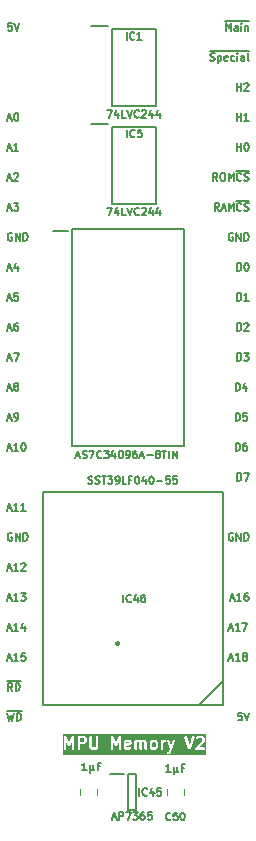
<source format=gto>
%TF.GenerationSoftware,KiCad,Pcbnew,9.0.4*%
%TF.CreationDate,2025-09-04T16:33:29+02:00*%
%TF.ProjectId,HCP65 MPU Memory,48435036-3520-44d5-9055-204d656d6f72,V1*%
%TF.SameCoordinates,Original*%
%TF.FileFunction,Legend,Top*%
%TF.FilePolarity,Positive*%
%FSLAX46Y46*%
G04 Gerber Fmt 4.6, Leading zero omitted, Abs format (unit mm)*
G04 Created by KiCad (PCBNEW 9.0.4) date 2025-09-04 16:33:29*
%MOMM*%
%LPD*%
G01*
G04 APERTURE LIST*
%ADD10C,0.150000*%
%ADD11C,0.200000*%
%ADD12C,0.227000*%
%ADD13C,0.120000*%
G04 APERTURE END LIST*
D10*
X1598493Y-22541201D02*
X1538017Y-22510963D01*
X1538017Y-22510963D02*
X1447303Y-22510963D01*
X1447303Y-22510963D02*
X1356588Y-22541201D01*
X1356588Y-22541201D02*
X1296112Y-22601677D01*
X1296112Y-22601677D02*
X1265874Y-22662153D01*
X1265874Y-22662153D02*
X1235636Y-22783105D01*
X1235636Y-22783105D02*
X1235636Y-22873820D01*
X1235636Y-22873820D02*
X1265874Y-22994772D01*
X1265874Y-22994772D02*
X1296112Y-23055248D01*
X1296112Y-23055248D02*
X1356588Y-23115725D01*
X1356588Y-23115725D02*
X1447303Y-23145963D01*
X1447303Y-23145963D02*
X1507779Y-23145963D01*
X1507779Y-23145963D02*
X1598493Y-23115725D01*
X1598493Y-23115725D02*
X1628731Y-23085486D01*
X1628731Y-23085486D02*
X1628731Y-22873820D01*
X1628731Y-22873820D02*
X1507779Y-22873820D01*
X1900874Y-23145963D02*
X1900874Y-22510963D01*
X1900874Y-22510963D02*
X2263731Y-23145963D01*
X2263731Y-23145963D02*
X2263731Y-22510963D01*
X2566112Y-23145963D02*
X2566112Y-22510963D01*
X2566112Y-22510963D02*
X2717302Y-22510963D01*
X2717302Y-22510963D02*
X2808017Y-22541201D01*
X2808017Y-22541201D02*
X2868493Y-22601677D01*
X2868493Y-22601677D02*
X2898731Y-22662153D01*
X2898731Y-22662153D02*
X2928969Y-22783105D01*
X2928969Y-22783105D02*
X2928969Y-22873820D01*
X2928969Y-22873820D02*
X2898731Y-22994772D01*
X2898731Y-22994772D02*
X2868493Y-23055248D01*
X2868493Y-23055248D02*
X2808017Y-23115725D01*
X2808017Y-23115725D02*
X2717302Y-23145963D01*
X2717302Y-23145963D02*
X2566112Y-23145963D01*
X20656744Y-30765963D02*
X20656744Y-30130963D01*
X20656744Y-30130963D02*
X20807934Y-30130963D01*
X20807934Y-30130963D02*
X20898649Y-30161201D01*
X20898649Y-30161201D02*
X20959125Y-30221677D01*
X20959125Y-30221677D02*
X20989363Y-30282153D01*
X20989363Y-30282153D02*
X21019601Y-30403105D01*
X21019601Y-30403105D02*
X21019601Y-30493820D01*
X21019601Y-30493820D02*
X20989363Y-30614772D01*
X20989363Y-30614772D02*
X20959125Y-30675248D01*
X20959125Y-30675248D02*
X20898649Y-30735725D01*
X20898649Y-30735725D02*
X20807934Y-30765963D01*
X20807934Y-30765963D02*
X20656744Y-30765963D01*
X21261506Y-30191439D02*
X21291744Y-30161201D01*
X21291744Y-30161201D02*
X21352220Y-30130963D01*
X21352220Y-30130963D02*
X21503411Y-30130963D01*
X21503411Y-30130963D02*
X21563887Y-30161201D01*
X21563887Y-30161201D02*
X21594125Y-30191439D01*
X21594125Y-30191439D02*
X21624363Y-30251915D01*
X21624363Y-30251915D02*
X21624363Y-30312391D01*
X21624363Y-30312391D02*
X21594125Y-30403105D01*
X21594125Y-30403105D02*
X21231268Y-30765963D01*
X21231268Y-30765963D02*
X21624363Y-30765963D01*
X1235636Y-45824534D02*
X1538017Y-45824534D01*
X1175160Y-46005963D02*
X1386826Y-45370963D01*
X1386826Y-45370963D02*
X1598493Y-46005963D01*
X2142779Y-46005963D02*
X1779922Y-46005963D01*
X1961350Y-46005963D02*
X1961350Y-45370963D01*
X1961350Y-45370963D02*
X1900874Y-45461677D01*
X1900874Y-45461677D02*
X1840398Y-45522153D01*
X1840398Y-45522153D02*
X1779922Y-45552391D01*
X2747541Y-46005963D02*
X2384684Y-46005963D01*
X2566112Y-46005963D02*
X2566112Y-45370963D01*
X2566112Y-45370963D02*
X2505636Y-45461677D01*
X2505636Y-45461677D02*
X2445160Y-45522153D01*
X2445160Y-45522153D02*
X2384684Y-45552391D01*
X20293887Y-22541201D02*
X20233411Y-22510963D01*
X20233411Y-22510963D02*
X20142697Y-22510963D01*
X20142697Y-22510963D02*
X20051982Y-22541201D01*
X20051982Y-22541201D02*
X19991506Y-22601677D01*
X19991506Y-22601677D02*
X19961268Y-22662153D01*
X19961268Y-22662153D02*
X19931030Y-22783105D01*
X19931030Y-22783105D02*
X19931030Y-22873820D01*
X19931030Y-22873820D02*
X19961268Y-22994772D01*
X19961268Y-22994772D02*
X19991506Y-23055248D01*
X19991506Y-23055248D02*
X20051982Y-23115725D01*
X20051982Y-23115725D02*
X20142697Y-23145963D01*
X20142697Y-23145963D02*
X20203173Y-23145963D01*
X20203173Y-23145963D02*
X20293887Y-23115725D01*
X20293887Y-23115725D02*
X20324125Y-23085486D01*
X20324125Y-23085486D02*
X20324125Y-22873820D01*
X20324125Y-22873820D02*
X20203173Y-22873820D01*
X20596268Y-23145963D02*
X20596268Y-22510963D01*
X20596268Y-22510963D02*
X20959125Y-23145963D01*
X20959125Y-23145963D02*
X20959125Y-22510963D01*
X21261506Y-23145963D02*
X21261506Y-22510963D01*
X21261506Y-22510963D02*
X21412696Y-22510963D01*
X21412696Y-22510963D02*
X21503411Y-22541201D01*
X21503411Y-22541201D02*
X21563887Y-22601677D01*
X21563887Y-22601677D02*
X21594125Y-22662153D01*
X21594125Y-22662153D02*
X21624363Y-22783105D01*
X21624363Y-22783105D02*
X21624363Y-22873820D01*
X21624363Y-22873820D02*
X21594125Y-22994772D01*
X21594125Y-22994772D02*
X21563887Y-23055248D01*
X21563887Y-23055248D02*
X21503411Y-23115725D01*
X21503411Y-23115725D02*
X21412696Y-23145963D01*
X21412696Y-23145963D02*
X21261506Y-23145963D01*
X19719363Y-5365963D02*
X19719363Y-4730963D01*
X19719363Y-4730963D02*
X19931030Y-5184534D01*
X19931030Y-5184534D02*
X20142696Y-4730963D01*
X20142696Y-4730963D02*
X20142696Y-5365963D01*
X20717220Y-5365963D02*
X20717220Y-5033344D01*
X20717220Y-5033344D02*
X20686982Y-4972867D01*
X20686982Y-4972867D02*
X20626506Y-4942629D01*
X20626506Y-4942629D02*
X20505553Y-4942629D01*
X20505553Y-4942629D02*
X20445077Y-4972867D01*
X20717220Y-5335725D02*
X20656744Y-5365963D01*
X20656744Y-5365963D02*
X20505553Y-5365963D01*
X20505553Y-5365963D02*
X20445077Y-5335725D01*
X20445077Y-5335725D02*
X20414839Y-5275248D01*
X20414839Y-5275248D02*
X20414839Y-5214772D01*
X20414839Y-5214772D02*
X20445077Y-5154296D01*
X20445077Y-5154296D02*
X20505553Y-5124058D01*
X20505553Y-5124058D02*
X20656744Y-5124058D01*
X20656744Y-5124058D02*
X20717220Y-5093820D01*
X21019601Y-5365963D02*
X21019601Y-4942629D01*
X21019601Y-4730963D02*
X20989363Y-4761201D01*
X20989363Y-4761201D02*
X21019601Y-4791439D01*
X21019601Y-4791439D02*
X21049839Y-4761201D01*
X21049839Y-4761201D02*
X21019601Y-4730963D01*
X21019601Y-4730963D02*
X21019601Y-4791439D01*
X21321982Y-4942629D02*
X21321982Y-5365963D01*
X21321982Y-5003105D02*
X21352220Y-4972867D01*
X21352220Y-4972867D02*
X21412696Y-4942629D01*
X21412696Y-4942629D02*
X21503411Y-4942629D01*
X21503411Y-4942629D02*
X21563887Y-4972867D01*
X21563887Y-4972867D02*
X21594125Y-5033344D01*
X21594125Y-5033344D02*
X21594125Y-5365963D01*
X19631673Y-4554675D02*
X21681816Y-4554675D01*
X1235636Y-55984534D02*
X1538017Y-55984534D01*
X1175160Y-56165963D02*
X1386826Y-55530963D01*
X1386826Y-55530963D02*
X1598493Y-56165963D01*
X2142779Y-56165963D02*
X1779922Y-56165963D01*
X1961350Y-56165963D02*
X1961350Y-55530963D01*
X1961350Y-55530963D02*
X1900874Y-55621677D01*
X1900874Y-55621677D02*
X1840398Y-55682153D01*
X1840398Y-55682153D02*
X1779922Y-55712391D01*
X2687065Y-55742629D02*
X2687065Y-56165963D01*
X2535874Y-55500725D02*
X2384684Y-55954296D01*
X2384684Y-55954296D02*
X2777779Y-55954296D01*
D11*
G36*
X11506320Y-65616707D02*
G01*
X11523770Y-65651607D01*
X11252285Y-65705904D01*
X11252285Y-65661016D01*
X11274440Y-65616706D01*
X11318749Y-65594552D01*
X11462011Y-65594552D01*
X11506320Y-65616707D01*
G37*
G36*
X13712096Y-65624357D02*
G01*
X13736765Y-65649025D01*
X13766570Y-65708635D01*
X13766570Y-65947135D01*
X13736765Y-66006743D01*
X13712096Y-66031413D01*
X13652487Y-66061219D01*
X13556844Y-66061219D01*
X13497234Y-66031414D01*
X13472567Y-66006746D01*
X13442761Y-65947134D01*
X13442761Y-65708635D01*
X13472566Y-65649025D01*
X13497234Y-65624356D01*
X13556844Y-65594552D01*
X13652487Y-65594552D01*
X13712096Y-65624357D01*
G37*
G36*
X7664477Y-65291024D02*
G01*
X7689146Y-65315692D01*
X7718951Y-65375302D01*
X7718951Y-65470945D01*
X7689146Y-65530554D01*
X7664477Y-65555222D01*
X7604868Y-65585028D01*
X7347523Y-65585028D01*
X7347523Y-65261219D01*
X7604868Y-65261219D01*
X7664477Y-65291024D01*
G37*
G36*
X18030063Y-66704878D02*
G01*
X5893555Y-66704878D01*
X5893555Y-66482045D01*
X14719737Y-66482045D01*
X14722503Y-66520965D01*
X14739952Y-66555864D01*
X14769429Y-66581428D01*
X14806445Y-66593767D01*
X14845365Y-66591001D01*
X14863673Y-66583995D01*
X14958911Y-66536376D01*
X14967307Y-66531090D01*
X14969747Y-66530080D01*
X14972493Y-66527826D01*
X14975501Y-66525933D01*
X14977230Y-66523938D01*
X14984901Y-66517644D01*
X15032519Y-66470025D01*
X15044956Y-66454872D01*
X15045193Y-66454297D01*
X15045628Y-66453853D01*
X15054657Y-66436453D01*
X15149895Y-66198358D01*
X15150419Y-66196551D01*
X15151221Y-66194853D01*
X15389316Y-65528186D01*
X15394069Y-65509167D01*
X15392131Y-65470197D01*
X15375428Y-65434935D01*
X15346502Y-65408749D01*
X15309757Y-65395626D01*
X15270787Y-65397563D01*
X15235525Y-65414267D01*
X15209338Y-65443192D01*
X15200968Y-65460919D01*
X15057047Y-65863897D01*
X14913126Y-65460918D01*
X14904756Y-65443192D01*
X14878569Y-65414266D01*
X14843307Y-65397563D01*
X14804337Y-65395625D01*
X14767592Y-65408748D01*
X14738666Y-65434935D01*
X14721963Y-65470197D01*
X14720025Y-65509167D01*
X14724778Y-65528186D01*
X14950145Y-66159214D01*
X14876583Y-66343117D01*
X14854954Y-66364746D01*
X14774231Y-66405109D01*
X14757640Y-66415552D01*
X14732076Y-66445029D01*
X14719737Y-66482045D01*
X5893555Y-66482045D01*
X5893555Y-65161219D01*
X6004666Y-65161219D01*
X6004666Y-66161219D01*
X6006587Y-66180728D01*
X6021519Y-66216776D01*
X6049109Y-66244366D01*
X6085157Y-66259298D01*
X6124175Y-66259298D01*
X6160223Y-66244366D01*
X6187813Y-66216776D01*
X6202745Y-66180728D01*
X6204666Y-66161219D01*
X6204666Y-65611975D01*
X6347381Y-65917793D01*
X6351613Y-65924938D01*
X6352493Y-65927356D01*
X6354058Y-65929065D01*
X6357372Y-65934659D01*
X6368582Y-65944925D01*
X6378844Y-65956131D01*
X6382869Y-65958009D01*
X6386147Y-65961011D01*
X6400429Y-65966204D01*
X6414202Y-65972632D01*
X6418641Y-65972827D01*
X6422816Y-65974345D01*
X6437999Y-65973677D01*
X6453182Y-65974345D01*
X6457355Y-65972827D01*
X6461797Y-65972632D01*
X6475581Y-65966199D01*
X6489851Y-65961010D01*
X6493124Y-65958012D01*
X6497154Y-65956132D01*
X6507423Y-65944917D01*
X6518626Y-65934659D01*
X6521937Y-65929068D01*
X6523506Y-65927356D01*
X6524386Y-65924934D01*
X6528617Y-65917793D01*
X6671332Y-65611974D01*
X6671332Y-66161219D01*
X6673253Y-66180728D01*
X6688185Y-66216776D01*
X6715775Y-66244366D01*
X6751823Y-66259298D01*
X6790841Y-66259298D01*
X6826889Y-66244366D01*
X6854479Y-66216776D01*
X6869411Y-66180728D01*
X6871332Y-66161219D01*
X6871332Y-65161219D01*
X7147523Y-65161219D01*
X7147523Y-66161219D01*
X7149444Y-66180728D01*
X7164376Y-66216776D01*
X7191966Y-66244366D01*
X7228014Y-66259298D01*
X7267032Y-66259298D01*
X7303080Y-66244366D01*
X7330670Y-66216776D01*
X7345602Y-66180728D01*
X7347523Y-66161219D01*
X7347523Y-65785028D01*
X7628475Y-65785028D01*
X7647984Y-65783107D01*
X7651304Y-65781731D01*
X7654888Y-65781477D01*
X7673196Y-65774471D01*
X7768434Y-65726852D01*
X7776830Y-65721566D01*
X7779270Y-65720556D01*
X7782016Y-65718302D01*
X7785024Y-65716409D01*
X7786753Y-65714414D01*
X7794424Y-65708120D01*
X7842042Y-65660501D01*
X7848334Y-65652834D01*
X7850332Y-65651102D01*
X7852225Y-65648093D01*
X7854479Y-65645348D01*
X7855489Y-65642907D01*
X7860775Y-65634511D01*
X7908394Y-65539274D01*
X7915400Y-65520965D01*
X7915654Y-65517381D01*
X7917030Y-65514061D01*
X7918951Y-65494552D01*
X7918951Y-65351695D01*
X7917030Y-65332186D01*
X7915654Y-65328865D01*
X7915400Y-65325282D01*
X7908394Y-65306973D01*
X7860775Y-65211736D01*
X7855489Y-65203339D01*
X7854479Y-65200899D01*
X7852225Y-65198153D01*
X7850332Y-65195145D01*
X7848334Y-65193412D01*
X7842042Y-65185746D01*
X7817516Y-65161219D01*
X8147523Y-65161219D01*
X8147523Y-65970742D01*
X8149444Y-65990251D01*
X8150819Y-65993571D01*
X8151074Y-65997155D01*
X8158080Y-66015463D01*
X8205699Y-66110701D01*
X8210982Y-66119093D01*
X8211994Y-66121537D01*
X8214250Y-66124286D01*
X8216142Y-66127291D01*
X8218136Y-66129020D01*
X8224431Y-66136690D01*
X8272049Y-66184310D01*
X8279717Y-66190603D01*
X8281449Y-66192600D01*
X8284457Y-66194493D01*
X8287203Y-66196747D01*
X8289643Y-66197757D01*
X8298040Y-66203043D01*
X8393277Y-66250662D01*
X8411586Y-66257668D01*
X8415169Y-66257922D01*
X8418490Y-66259298D01*
X8437999Y-66261219D01*
X8628475Y-66261219D01*
X8647984Y-66259298D01*
X8651304Y-66257922D01*
X8654888Y-66257668D01*
X8673196Y-66250662D01*
X8768434Y-66203043D01*
X8776829Y-66197758D01*
X8779271Y-66196747D01*
X8782018Y-66194491D01*
X8785024Y-66192600D01*
X8786754Y-66190605D01*
X8794424Y-66184310D01*
X8842043Y-66136690D01*
X8848335Y-66129023D01*
X8850332Y-66127292D01*
X8852225Y-66124284D01*
X8854480Y-66121537D01*
X8855491Y-66119095D01*
X8860775Y-66110701D01*
X8908394Y-66015464D01*
X8915400Y-65997155D01*
X8915654Y-65993571D01*
X8917030Y-65990251D01*
X8918951Y-65970742D01*
X8918951Y-65161219D01*
X9957047Y-65161219D01*
X9957047Y-66161219D01*
X9958968Y-66180728D01*
X9973900Y-66216776D01*
X10001490Y-66244366D01*
X10037538Y-66259298D01*
X10076556Y-66259298D01*
X10112604Y-66244366D01*
X10140194Y-66216776D01*
X10155126Y-66180728D01*
X10157047Y-66161219D01*
X10157047Y-65611975D01*
X10299762Y-65917793D01*
X10303994Y-65924938D01*
X10304874Y-65927356D01*
X10306439Y-65929065D01*
X10309753Y-65934659D01*
X10320963Y-65944925D01*
X10331225Y-65956131D01*
X10335250Y-65958009D01*
X10338528Y-65961011D01*
X10352810Y-65966204D01*
X10366583Y-65972632D01*
X10371022Y-65972827D01*
X10375197Y-65974345D01*
X10390380Y-65973677D01*
X10405563Y-65974345D01*
X10409736Y-65972827D01*
X10414178Y-65972632D01*
X10427962Y-65966199D01*
X10442232Y-65961010D01*
X10445505Y-65958012D01*
X10449535Y-65956132D01*
X10459804Y-65944917D01*
X10471007Y-65934659D01*
X10474318Y-65929068D01*
X10475887Y-65927356D01*
X10476767Y-65924934D01*
X10480998Y-65917793D01*
X10623713Y-65611974D01*
X10623713Y-66161219D01*
X10625634Y-66180728D01*
X10640566Y-66216776D01*
X10668156Y-66244366D01*
X10704204Y-66259298D01*
X10743222Y-66259298D01*
X10779270Y-66244366D01*
X10806860Y-66216776D01*
X10821792Y-66180728D01*
X10823713Y-66161219D01*
X10823713Y-65637409D01*
X11052285Y-65637409D01*
X11052285Y-66018361D01*
X11054206Y-66037870D01*
X11055581Y-66041190D01*
X11055836Y-66044773D01*
X11062842Y-66063082D01*
X11110461Y-66158321D01*
X11112514Y-66161584D01*
X11113028Y-66163123D01*
X11114690Y-66165039D01*
X11120904Y-66174911D01*
X11130375Y-66183125D01*
X11138592Y-66192600D01*
X11148462Y-66198812D01*
X11150380Y-66200476D01*
X11151920Y-66200989D01*
X11155183Y-66203043D01*
X11250420Y-66250662D01*
X11268729Y-66257668D01*
X11272312Y-66257922D01*
X11275633Y-66259298D01*
X11295142Y-66261219D01*
X11485618Y-66261219D01*
X11505127Y-66259298D01*
X11508447Y-66257922D01*
X11512031Y-66257668D01*
X11530339Y-66250662D01*
X11625577Y-66203043D01*
X11642167Y-66192600D01*
X11667732Y-66163123D01*
X11680070Y-66126107D01*
X11677305Y-66087187D01*
X11659856Y-66052289D01*
X11630379Y-66026724D01*
X11593363Y-66014385D01*
X11554443Y-66017151D01*
X11536134Y-66024157D01*
X11462011Y-66061219D01*
X11318749Y-66061219D01*
X11274439Y-66039064D01*
X11252285Y-65994754D01*
X11252285Y-65909865D01*
X11647981Y-65830726D01*
X11647984Y-65830726D01*
X11647986Y-65830724D01*
X11648086Y-65830705D01*
X11666840Y-65824995D01*
X11674980Y-65819543D01*
X11684032Y-65815794D01*
X11691033Y-65808792D01*
X11699259Y-65803284D01*
X11704693Y-65795132D01*
X11711622Y-65788204D01*
X11715411Y-65779056D01*
X11720903Y-65770819D01*
X11722804Y-65761208D01*
X11726554Y-65752156D01*
X11728475Y-65732647D01*
X11728475Y-65637409D01*
X11726554Y-65617900D01*
X11725178Y-65614579D01*
X11724924Y-65610996D01*
X11717918Y-65592687D01*
X11670299Y-65497450D01*
X11668474Y-65494552D01*
X11957047Y-65494552D01*
X11957047Y-66161219D01*
X11958968Y-66180728D01*
X11973900Y-66216776D01*
X12001490Y-66244366D01*
X12037538Y-66259298D01*
X12076556Y-66259298D01*
X12112604Y-66244366D01*
X12140194Y-66216776D01*
X12155126Y-66180728D01*
X12157047Y-66161219D01*
X12157047Y-65631211D01*
X12163901Y-65624356D01*
X12223511Y-65594552D01*
X12319154Y-65594552D01*
X12363463Y-65616707D01*
X12385618Y-65661016D01*
X12385618Y-66161219D01*
X12387539Y-66180728D01*
X12402471Y-66216776D01*
X12430061Y-66244366D01*
X12466109Y-66259298D01*
X12505127Y-66259298D01*
X12541175Y-66244366D01*
X12568765Y-66216776D01*
X12583697Y-66180728D01*
X12585618Y-66161219D01*
X12585618Y-65661016D01*
X12607773Y-65616706D01*
X12652082Y-65594552D01*
X12747725Y-65594552D01*
X12792035Y-65616706D01*
X12814190Y-65661016D01*
X12814190Y-66161219D01*
X12816111Y-66180728D01*
X12831043Y-66216776D01*
X12858633Y-66244366D01*
X12894681Y-66259298D01*
X12933699Y-66259298D01*
X12969747Y-66244366D01*
X12997337Y-66216776D01*
X13012269Y-66180728D01*
X13014190Y-66161219D01*
X13014190Y-65685028D01*
X13242761Y-65685028D01*
X13242761Y-65970742D01*
X13244682Y-65990251D01*
X13246057Y-65993571D01*
X13246312Y-65997155D01*
X13253318Y-66015463D01*
X13300937Y-66110701D01*
X13306220Y-66119093D01*
X13307232Y-66121537D01*
X13309488Y-66124286D01*
X13311380Y-66127291D01*
X13313374Y-66129020D01*
X13319669Y-66136690D01*
X13367287Y-66184310D01*
X13374955Y-66190603D01*
X13376687Y-66192600D01*
X13379695Y-66194493D01*
X13382441Y-66196747D01*
X13384881Y-66197757D01*
X13393278Y-66203043D01*
X13488515Y-66250662D01*
X13506824Y-66257668D01*
X13510407Y-66257922D01*
X13513728Y-66259298D01*
X13533237Y-66261219D01*
X13676094Y-66261219D01*
X13695603Y-66259298D01*
X13698923Y-66257922D01*
X13702507Y-66257668D01*
X13720815Y-66250662D01*
X13816053Y-66203043D01*
X13824448Y-66197758D01*
X13826890Y-66196747D01*
X13829637Y-66194491D01*
X13832643Y-66192600D01*
X13834373Y-66190605D01*
X13842043Y-66184310D01*
X13889662Y-66136690D01*
X13895954Y-66129023D01*
X13897951Y-66127292D01*
X13899844Y-66124284D01*
X13902099Y-66121537D01*
X13903110Y-66119095D01*
X13908394Y-66110701D01*
X13956013Y-66015464D01*
X13963019Y-65997155D01*
X13963273Y-65993571D01*
X13964649Y-65990251D01*
X13966570Y-65970742D01*
X13966570Y-65685028D01*
X13964649Y-65665519D01*
X13963273Y-65662198D01*
X13963019Y-65658615D01*
X13956013Y-65640306D01*
X13908394Y-65545069D01*
X13903108Y-65536672D01*
X13902098Y-65534232D01*
X13899844Y-65531486D01*
X13897951Y-65528478D01*
X13895953Y-65526745D01*
X13889661Y-65519079D01*
X13865135Y-65494552D01*
X14195142Y-65494552D01*
X14195142Y-66161219D01*
X14197063Y-66180728D01*
X14211995Y-66216776D01*
X14239585Y-66244366D01*
X14275633Y-66259298D01*
X14314651Y-66259298D01*
X14350699Y-66244366D01*
X14378289Y-66216776D01*
X14393221Y-66180728D01*
X14395142Y-66161219D01*
X14395142Y-65708635D01*
X14424947Y-65649025D01*
X14449615Y-65624356D01*
X14509225Y-65594552D01*
X14580856Y-65594552D01*
X14600365Y-65592631D01*
X14636413Y-65577699D01*
X14664003Y-65550109D01*
X14678935Y-65514061D01*
X14678935Y-65475043D01*
X14664003Y-65438995D01*
X14636413Y-65411405D01*
X14600365Y-65396473D01*
X14580856Y-65394552D01*
X14485618Y-65394552D01*
X14466109Y-65396473D01*
X14462788Y-65397848D01*
X14459205Y-65398103D01*
X14440896Y-65405109D01*
X14376567Y-65437273D01*
X14350699Y-65411405D01*
X14314651Y-65396473D01*
X14275633Y-65396473D01*
X14239585Y-65411405D01*
X14211995Y-65438995D01*
X14197063Y-65475043D01*
X14195142Y-65494552D01*
X13865135Y-65494552D01*
X13842043Y-65471460D01*
X13834372Y-65465165D01*
X13832643Y-65463171D01*
X13829635Y-65461277D01*
X13826889Y-65459024D01*
X13824449Y-65458013D01*
X13816053Y-65452728D01*
X13720815Y-65405109D01*
X13702507Y-65398103D01*
X13698923Y-65397848D01*
X13695603Y-65396473D01*
X13676094Y-65394552D01*
X13533237Y-65394552D01*
X13513728Y-65396473D01*
X13510407Y-65397848D01*
X13506824Y-65398103D01*
X13488515Y-65405109D01*
X13393278Y-65452728D01*
X13384881Y-65458013D01*
X13382441Y-65459024D01*
X13379695Y-65461277D01*
X13376687Y-65463171D01*
X13374954Y-65465168D01*
X13367288Y-65471461D01*
X13319669Y-65519079D01*
X13313374Y-65526749D01*
X13311380Y-65528479D01*
X13309486Y-65531486D01*
X13307233Y-65534233D01*
X13306222Y-65536672D01*
X13300937Y-65545069D01*
X13253318Y-65640307D01*
X13246312Y-65658615D01*
X13246057Y-65662198D01*
X13244682Y-65665519D01*
X13242761Y-65685028D01*
X13014190Y-65685028D01*
X13014190Y-65637409D01*
X13012269Y-65617900D01*
X13010893Y-65614579D01*
X13010639Y-65610996D01*
X13003633Y-65592687D01*
X12956014Y-65497450D01*
X12953960Y-65494187D01*
X12953447Y-65492647D01*
X12951783Y-65490729D01*
X12945571Y-65480859D01*
X12936096Y-65472642D01*
X12927882Y-65463171D01*
X12918010Y-65456957D01*
X12916094Y-65455295D01*
X12914555Y-65454781D01*
X12911292Y-65452728D01*
X12816053Y-65405109D01*
X12797744Y-65398103D01*
X12794161Y-65397848D01*
X12790841Y-65396473D01*
X12771332Y-65394552D01*
X12628475Y-65394552D01*
X12608966Y-65396473D01*
X12605645Y-65397848D01*
X12602062Y-65398103D01*
X12583753Y-65405109D01*
X12488516Y-65452728D01*
X12485617Y-65454552D01*
X12482720Y-65452728D01*
X12387482Y-65405109D01*
X12369174Y-65398103D01*
X12365590Y-65397848D01*
X12362270Y-65396473D01*
X12342761Y-65394552D01*
X12199904Y-65394552D01*
X12180395Y-65396473D01*
X12177074Y-65397848D01*
X12173491Y-65398103D01*
X12155182Y-65405109D01*
X12122599Y-65421400D01*
X12112604Y-65411405D01*
X12076556Y-65396473D01*
X12037538Y-65396473D01*
X12001490Y-65411405D01*
X11973900Y-65438995D01*
X11958968Y-65475043D01*
X11957047Y-65494552D01*
X11668474Y-65494552D01*
X11668244Y-65494186D01*
X11667732Y-65492648D01*
X11666070Y-65490732D01*
X11659856Y-65480859D01*
X11650380Y-65472641D01*
X11642167Y-65463171D01*
X11632295Y-65456957D01*
X11630379Y-65455295D01*
X11628840Y-65454781D01*
X11625577Y-65452728D01*
X11530339Y-65405109D01*
X11512031Y-65398103D01*
X11508447Y-65397848D01*
X11505127Y-65396473D01*
X11485618Y-65394552D01*
X11295142Y-65394552D01*
X11275633Y-65396473D01*
X11272312Y-65397848D01*
X11268729Y-65398103D01*
X11250420Y-65405109D01*
X11155183Y-65452728D01*
X11151919Y-65454782D01*
X11150381Y-65455295D01*
X11148465Y-65456956D01*
X11138592Y-65463171D01*
X11130374Y-65472646D01*
X11120904Y-65480860D01*
X11114690Y-65490731D01*
X11113028Y-65492648D01*
X11112514Y-65494186D01*
X11110461Y-65497450D01*
X11062842Y-65592688D01*
X11055836Y-65610996D01*
X11055581Y-65614579D01*
X11054206Y-65617900D01*
X11052285Y-65637409D01*
X10823713Y-65637409D01*
X10823713Y-65173726D01*
X16195928Y-65173726D01*
X16200275Y-65192842D01*
X16533608Y-66192841D01*
X16541599Y-66210742D01*
X16546282Y-66216141D01*
X16549477Y-66222531D01*
X16558948Y-66230746D01*
X16567164Y-66240218D01*
X16573552Y-66243412D01*
X16578953Y-66248096D01*
X16590854Y-66252063D01*
X16602063Y-66257667D01*
X16609187Y-66258173D01*
X16615969Y-66260434D01*
X16628478Y-66259544D01*
X16640983Y-66260434D01*
X16647761Y-66258174D01*
X16654889Y-66257668D01*
X16666105Y-66252059D01*
X16677999Y-66248095D01*
X16683396Y-66243414D01*
X16689788Y-66240218D01*
X16698006Y-66230742D01*
X16707475Y-66222530D01*
X16710668Y-66216143D01*
X16715353Y-66210742D01*
X16723344Y-66192842D01*
X16740388Y-66141710D01*
X17101826Y-66141710D01*
X17101826Y-66180728D01*
X17116758Y-66216776D01*
X17144348Y-66244366D01*
X17180396Y-66259298D01*
X17199905Y-66261219D01*
X17818952Y-66261219D01*
X17838461Y-66259298D01*
X17874509Y-66244366D01*
X17902099Y-66216776D01*
X17917031Y-66180728D01*
X17917031Y-66141710D01*
X17902099Y-66105662D01*
X17874509Y-66078072D01*
X17838461Y-66063140D01*
X17818952Y-66061219D01*
X17441327Y-66061219D01*
X17842044Y-65660501D01*
X17854480Y-65645347D01*
X17855854Y-65642028D01*
X17858210Y-65639313D01*
X17866201Y-65621413D01*
X17913820Y-65478556D01*
X17916019Y-65468883D01*
X17917031Y-65466442D01*
X17917379Y-65462904D01*
X17918167Y-65459441D01*
X17917979Y-65456806D01*
X17918952Y-65446933D01*
X17918952Y-65351695D01*
X17917031Y-65332186D01*
X17915655Y-65328865D01*
X17915401Y-65325282D01*
X17908395Y-65306973D01*
X17860776Y-65211736D01*
X17855490Y-65203339D01*
X17854480Y-65200899D01*
X17852226Y-65198153D01*
X17850333Y-65195145D01*
X17848335Y-65193412D01*
X17842043Y-65185746D01*
X17794425Y-65138127D01*
X17786754Y-65131832D01*
X17785025Y-65129838D01*
X17782017Y-65127944D01*
X17779271Y-65125691D01*
X17776831Y-65124680D01*
X17768435Y-65119395D01*
X17673197Y-65071776D01*
X17654889Y-65064770D01*
X17651305Y-65064515D01*
X17647985Y-65063140D01*
X17628476Y-65061219D01*
X17390381Y-65061219D01*
X17370872Y-65063140D01*
X17367551Y-65064515D01*
X17363968Y-65064770D01*
X17345659Y-65071776D01*
X17250422Y-65119395D01*
X17242025Y-65124680D01*
X17239585Y-65125691D01*
X17236839Y-65127944D01*
X17233831Y-65129838D01*
X17232098Y-65131835D01*
X17224432Y-65138128D01*
X17176813Y-65185746D01*
X17164377Y-65200900D01*
X17149445Y-65236948D01*
X17149445Y-65275966D01*
X17164377Y-65312014D01*
X17191967Y-65339604D01*
X17228015Y-65354536D01*
X17267033Y-65354536D01*
X17303081Y-65339604D01*
X17318235Y-65327168D01*
X17354378Y-65291023D01*
X17413988Y-65261219D01*
X17604869Y-65261219D01*
X17664478Y-65291024D01*
X17689147Y-65315692D01*
X17718952Y-65375302D01*
X17718952Y-65430706D01*
X17683930Y-65535770D01*
X17129194Y-66090508D01*
X17116758Y-66105662D01*
X17101826Y-66141710D01*
X16740388Y-66141710D01*
X17056677Y-65192842D01*
X17061024Y-65173727D01*
X17058258Y-65134807D01*
X17040808Y-65099908D01*
X17011332Y-65074343D01*
X16974316Y-65062004D01*
X16935396Y-65064771D01*
X16900497Y-65082220D01*
X16874932Y-65111696D01*
X16866941Y-65129597D01*
X16628476Y-65844991D01*
X16390011Y-65129596D01*
X16382020Y-65111696D01*
X16356455Y-65082220D01*
X16321556Y-65064770D01*
X16282636Y-65062004D01*
X16245620Y-65074342D01*
X16216144Y-65099907D01*
X16198694Y-65134806D01*
X16195928Y-65173726D01*
X10823713Y-65173726D01*
X10823713Y-65161219D01*
X10822450Y-65148395D01*
X10822554Y-65146036D01*
X10822093Y-65144768D01*
X10821792Y-65141710D01*
X10815151Y-65125679D01*
X10809220Y-65109367D01*
X10807713Y-65107721D01*
X10806860Y-65105662D01*
X10794598Y-65093400D01*
X10782868Y-65080591D01*
X10780844Y-65079646D01*
X10779270Y-65078072D01*
X10763254Y-65071437D01*
X10747511Y-65064091D01*
X10745281Y-65063993D01*
X10743222Y-65063140D01*
X10725870Y-65063140D01*
X10708530Y-65062378D01*
X10706434Y-65063140D01*
X10704204Y-65063140D01*
X10688173Y-65069780D01*
X10671861Y-65075712D01*
X10670215Y-65077218D01*
X10668156Y-65078072D01*
X10655888Y-65090339D01*
X10643086Y-65102064D01*
X10641519Y-65104708D01*
X10640566Y-65105662D01*
X10639662Y-65107843D01*
X10633095Y-65118930D01*
X10390379Y-65639033D01*
X10147665Y-65118930D01*
X10141097Y-65107843D01*
X10140194Y-65105662D01*
X10139240Y-65104708D01*
X10137674Y-65102064D01*
X10124877Y-65090345D01*
X10112604Y-65078072D01*
X10110542Y-65077218D01*
X10108899Y-65075713D01*
X10092597Y-65069784D01*
X10076556Y-65063140D01*
X10074325Y-65063140D01*
X10072230Y-65062378D01*
X10054890Y-65063140D01*
X10037538Y-65063140D01*
X10035478Y-65063993D01*
X10033250Y-65064091D01*
X10017519Y-65071432D01*
X10001490Y-65078072D01*
X9999913Y-65079648D01*
X9997892Y-65080592D01*
X9986173Y-65093388D01*
X9973900Y-65105662D01*
X9973046Y-65107723D01*
X9971541Y-65109367D01*
X9965612Y-65125668D01*
X9958968Y-65141710D01*
X9958666Y-65144768D01*
X9958206Y-65146036D01*
X9958309Y-65148395D01*
X9957047Y-65161219D01*
X8918951Y-65161219D01*
X8917030Y-65141710D01*
X8902098Y-65105662D01*
X8874508Y-65078072D01*
X8838460Y-65063140D01*
X8799442Y-65063140D01*
X8763394Y-65078072D01*
X8735804Y-65105662D01*
X8720872Y-65141710D01*
X8718951Y-65161219D01*
X8718951Y-65947135D01*
X8689146Y-66006743D01*
X8664477Y-66031413D01*
X8604868Y-66061219D01*
X8461606Y-66061219D01*
X8401996Y-66031414D01*
X8377329Y-66006746D01*
X8347523Y-65947134D01*
X8347523Y-65161219D01*
X8345602Y-65141710D01*
X8330670Y-65105662D01*
X8303080Y-65078072D01*
X8267032Y-65063140D01*
X8228014Y-65063140D01*
X8191966Y-65078072D01*
X8164376Y-65105662D01*
X8149444Y-65141710D01*
X8147523Y-65161219D01*
X7817516Y-65161219D01*
X7794424Y-65138127D01*
X7786753Y-65131832D01*
X7785024Y-65129838D01*
X7782016Y-65127944D01*
X7779270Y-65125691D01*
X7776830Y-65124680D01*
X7768434Y-65119395D01*
X7673196Y-65071776D01*
X7654888Y-65064770D01*
X7651304Y-65064515D01*
X7647984Y-65063140D01*
X7628475Y-65061219D01*
X7247523Y-65061219D01*
X7228014Y-65063140D01*
X7191966Y-65078072D01*
X7164376Y-65105662D01*
X7149444Y-65141710D01*
X7147523Y-65161219D01*
X6871332Y-65161219D01*
X6870069Y-65148395D01*
X6870173Y-65146036D01*
X6869712Y-65144768D01*
X6869411Y-65141710D01*
X6862770Y-65125679D01*
X6856839Y-65109367D01*
X6855332Y-65107721D01*
X6854479Y-65105662D01*
X6842217Y-65093400D01*
X6830487Y-65080591D01*
X6828463Y-65079646D01*
X6826889Y-65078072D01*
X6810873Y-65071437D01*
X6795130Y-65064091D01*
X6792900Y-65063993D01*
X6790841Y-65063140D01*
X6773489Y-65063140D01*
X6756149Y-65062378D01*
X6754053Y-65063140D01*
X6751823Y-65063140D01*
X6735792Y-65069780D01*
X6719480Y-65075712D01*
X6717834Y-65077218D01*
X6715775Y-65078072D01*
X6703507Y-65090339D01*
X6690705Y-65102064D01*
X6689138Y-65104708D01*
X6688185Y-65105662D01*
X6687281Y-65107843D01*
X6680714Y-65118930D01*
X6437998Y-65639033D01*
X6195284Y-65118930D01*
X6188716Y-65107843D01*
X6187813Y-65105662D01*
X6186859Y-65104708D01*
X6185293Y-65102064D01*
X6172496Y-65090345D01*
X6160223Y-65078072D01*
X6158161Y-65077218D01*
X6156518Y-65075713D01*
X6140216Y-65069784D01*
X6124175Y-65063140D01*
X6121944Y-65063140D01*
X6119849Y-65062378D01*
X6102509Y-65063140D01*
X6085157Y-65063140D01*
X6083097Y-65063993D01*
X6080869Y-65064091D01*
X6065138Y-65071432D01*
X6049109Y-65078072D01*
X6047532Y-65079648D01*
X6045511Y-65080592D01*
X6033792Y-65093388D01*
X6021519Y-65105662D01*
X6020665Y-65107723D01*
X6019160Y-65109367D01*
X6013231Y-65125668D01*
X6006587Y-65141710D01*
X6006285Y-65144768D01*
X6005825Y-65146036D01*
X6005928Y-65148395D01*
X6004666Y-65161219D01*
X5893555Y-65161219D01*
X5893555Y-64950108D01*
X18030063Y-64950108D01*
X18030063Y-66704878D01*
G37*
D10*
X20529744Y-40925963D02*
X20529744Y-40290963D01*
X20529744Y-40290963D02*
X20680934Y-40290963D01*
X20680934Y-40290963D02*
X20771649Y-40321201D01*
X20771649Y-40321201D02*
X20832125Y-40381677D01*
X20832125Y-40381677D02*
X20862363Y-40442153D01*
X20862363Y-40442153D02*
X20892601Y-40563105D01*
X20892601Y-40563105D02*
X20892601Y-40653820D01*
X20892601Y-40653820D02*
X20862363Y-40774772D01*
X20862363Y-40774772D02*
X20832125Y-40835248D01*
X20832125Y-40835248D02*
X20771649Y-40895725D01*
X20771649Y-40895725D02*
X20680934Y-40925963D01*
X20680934Y-40925963D02*
X20529744Y-40925963D01*
X21436887Y-40290963D02*
X21315934Y-40290963D01*
X21315934Y-40290963D02*
X21255458Y-40321201D01*
X21255458Y-40321201D02*
X21225220Y-40351439D01*
X21225220Y-40351439D02*
X21164744Y-40442153D01*
X21164744Y-40442153D02*
X21134506Y-40563105D01*
X21134506Y-40563105D02*
X21134506Y-40805010D01*
X21134506Y-40805010D02*
X21164744Y-40865486D01*
X21164744Y-40865486D02*
X21194982Y-40895725D01*
X21194982Y-40895725D02*
X21255458Y-40925963D01*
X21255458Y-40925963D02*
X21376411Y-40925963D01*
X21376411Y-40925963D02*
X21436887Y-40895725D01*
X21436887Y-40895725D02*
X21467125Y-40865486D01*
X21467125Y-40865486D02*
X21497363Y-40805010D01*
X21497363Y-40805010D02*
X21497363Y-40653820D01*
X21497363Y-40653820D02*
X21467125Y-40593344D01*
X21467125Y-40593344D02*
X21436887Y-40563105D01*
X21436887Y-40563105D02*
X21376411Y-40532867D01*
X21376411Y-40532867D02*
X21255458Y-40532867D01*
X21255458Y-40532867D02*
X21194982Y-40563105D01*
X21194982Y-40563105D02*
X21164744Y-40593344D01*
X21164744Y-40593344D02*
X21134506Y-40653820D01*
X1235636Y-33124534D02*
X1538017Y-33124534D01*
X1175160Y-33305963D02*
X1386826Y-32670963D01*
X1386826Y-32670963D02*
X1598493Y-33305963D01*
X1749684Y-32670963D02*
X2173017Y-32670963D01*
X2173017Y-32670963D02*
X1900874Y-33305963D01*
X20656744Y-28225963D02*
X20656744Y-27590963D01*
X20656744Y-27590963D02*
X20807934Y-27590963D01*
X20807934Y-27590963D02*
X20898649Y-27621201D01*
X20898649Y-27621201D02*
X20959125Y-27681677D01*
X20959125Y-27681677D02*
X20989363Y-27742153D01*
X20989363Y-27742153D02*
X21019601Y-27863105D01*
X21019601Y-27863105D02*
X21019601Y-27953820D01*
X21019601Y-27953820D02*
X20989363Y-28074772D01*
X20989363Y-28074772D02*
X20959125Y-28135248D01*
X20959125Y-28135248D02*
X20898649Y-28195725D01*
X20898649Y-28195725D02*
X20807934Y-28225963D01*
X20807934Y-28225963D02*
X20656744Y-28225963D01*
X21624363Y-28225963D02*
X21261506Y-28225963D01*
X21442934Y-28225963D02*
X21442934Y-27590963D01*
X21442934Y-27590963D02*
X21382458Y-27681677D01*
X21382458Y-27681677D02*
X21321982Y-27742153D01*
X21321982Y-27742153D02*
X21261506Y-27772391D01*
X1235636Y-12804534D02*
X1538017Y-12804534D01*
X1175160Y-12985963D02*
X1386826Y-12350963D01*
X1386826Y-12350963D02*
X1598493Y-12985963D01*
X1931112Y-12350963D02*
X1991589Y-12350963D01*
X1991589Y-12350963D02*
X2052065Y-12381201D01*
X2052065Y-12381201D02*
X2082303Y-12411439D01*
X2082303Y-12411439D02*
X2112541Y-12471915D01*
X2112541Y-12471915D02*
X2142779Y-12592867D01*
X2142779Y-12592867D02*
X2142779Y-12744058D01*
X2142779Y-12744058D02*
X2112541Y-12865010D01*
X2112541Y-12865010D02*
X2082303Y-12925486D01*
X2082303Y-12925486D02*
X2052065Y-12955725D01*
X2052065Y-12955725D02*
X1991589Y-12985963D01*
X1991589Y-12985963D02*
X1931112Y-12985963D01*
X1931112Y-12985963D02*
X1870636Y-12955725D01*
X1870636Y-12955725D02*
X1840398Y-12925486D01*
X1840398Y-12925486D02*
X1810160Y-12865010D01*
X1810160Y-12865010D02*
X1779922Y-12744058D01*
X1779922Y-12744058D02*
X1779922Y-12592867D01*
X1779922Y-12592867D02*
X1810160Y-12471915D01*
X1810160Y-12471915D02*
X1840398Y-12411439D01*
X1840398Y-12411439D02*
X1870636Y-12381201D01*
X1870636Y-12381201D02*
X1931112Y-12350963D01*
X20112458Y-53444534D02*
X20414839Y-53444534D01*
X20051982Y-53625963D02*
X20263648Y-52990963D01*
X20263648Y-52990963D02*
X20475315Y-53625963D01*
X21019601Y-53625963D02*
X20656744Y-53625963D01*
X20838172Y-53625963D02*
X20838172Y-52990963D01*
X20838172Y-52990963D02*
X20777696Y-53081677D01*
X20777696Y-53081677D02*
X20717220Y-53142153D01*
X20717220Y-53142153D02*
X20656744Y-53172391D01*
X21563887Y-52990963D02*
X21442934Y-52990963D01*
X21442934Y-52990963D02*
X21382458Y-53021201D01*
X21382458Y-53021201D02*
X21352220Y-53051439D01*
X21352220Y-53051439D02*
X21291744Y-53142153D01*
X21291744Y-53142153D02*
X21261506Y-53263105D01*
X21261506Y-53263105D02*
X21261506Y-53505010D01*
X21261506Y-53505010D02*
X21291744Y-53565486D01*
X21291744Y-53565486D02*
X21321982Y-53595725D01*
X21321982Y-53595725D02*
X21382458Y-53625963D01*
X21382458Y-53625963D02*
X21503411Y-53625963D01*
X21503411Y-53625963D02*
X21563887Y-53595725D01*
X21563887Y-53595725D02*
X21594125Y-53565486D01*
X21594125Y-53565486D02*
X21624363Y-53505010D01*
X21624363Y-53505010D02*
X21624363Y-53353820D01*
X21624363Y-53353820D02*
X21594125Y-53293344D01*
X21594125Y-53293344D02*
X21563887Y-53263105D01*
X21563887Y-53263105D02*
X21503411Y-53232867D01*
X21503411Y-53232867D02*
X21382458Y-53232867D01*
X21382458Y-53232867D02*
X21321982Y-53263105D01*
X21321982Y-53263105D02*
X21291744Y-53293344D01*
X21291744Y-53293344D02*
X21261506Y-53353820D01*
X1235636Y-28044534D02*
X1538017Y-28044534D01*
X1175160Y-28225963D02*
X1386826Y-27590963D01*
X1386826Y-27590963D02*
X1598493Y-28225963D01*
X2112541Y-27590963D02*
X1810160Y-27590963D01*
X1810160Y-27590963D02*
X1779922Y-27893344D01*
X1779922Y-27893344D02*
X1810160Y-27863105D01*
X1810160Y-27863105D02*
X1870636Y-27832867D01*
X1870636Y-27832867D02*
X2021827Y-27832867D01*
X2021827Y-27832867D02*
X2082303Y-27863105D01*
X2082303Y-27863105D02*
X2112541Y-27893344D01*
X2112541Y-27893344D02*
X2142779Y-27953820D01*
X2142779Y-27953820D02*
X2142779Y-28105010D01*
X2142779Y-28105010D02*
X2112541Y-28165486D01*
X2112541Y-28165486D02*
X2082303Y-28195725D01*
X2082303Y-28195725D02*
X2021827Y-28225963D01*
X2021827Y-28225963D02*
X1870636Y-28225963D01*
X1870636Y-28225963D02*
X1810160Y-28195725D01*
X1810160Y-28195725D02*
X1779922Y-28165486D01*
X1235636Y-53444534D02*
X1538017Y-53444534D01*
X1175160Y-53625963D02*
X1386826Y-52990963D01*
X1386826Y-52990963D02*
X1598493Y-53625963D01*
X2142779Y-53625963D02*
X1779922Y-53625963D01*
X1961350Y-53625963D02*
X1961350Y-52990963D01*
X1961350Y-52990963D02*
X1900874Y-53081677D01*
X1900874Y-53081677D02*
X1840398Y-53142153D01*
X1840398Y-53142153D02*
X1779922Y-53172391D01*
X2354446Y-52990963D02*
X2747541Y-52990963D01*
X2747541Y-52990963D02*
X2535874Y-53232867D01*
X2535874Y-53232867D02*
X2626589Y-53232867D01*
X2626589Y-53232867D02*
X2687065Y-53263105D01*
X2687065Y-53263105D02*
X2717303Y-53293344D01*
X2717303Y-53293344D02*
X2747541Y-53353820D01*
X2747541Y-53353820D02*
X2747541Y-53505010D01*
X2747541Y-53505010D02*
X2717303Y-53565486D01*
X2717303Y-53565486D02*
X2687065Y-53595725D01*
X2687065Y-53595725D02*
X2626589Y-53625963D01*
X2626589Y-53625963D02*
X2445160Y-53625963D01*
X2445160Y-53625963D02*
X2384684Y-53595725D01*
X2384684Y-53595725D02*
X2354446Y-53565486D01*
X1235636Y-25504534D02*
X1538017Y-25504534D01*
X1175160Y-25685963D02*
X1386826Y-25050963D01*
X1386826Y-25050963D02*
X1598493Y-25685963D01*
X2082303Y-25262629D02*
X2082303Y-25685963D01*
X1931112Y-25020725D02*
X1779922Y-25474296D01*
X1779922Y-25474296D02*
X2173017Y-25474296D01*
X1235636Y-20424534D02*
X1538017Y-20424534D01*
X1175160Y-20605963D02*
X1386826Y-19970963D01*
X1386826Y-19970963D02*
X1598493Y-20605963D01*
X1749684Y-19970963D02*
X2142779Y-19970963D01*
X2142779Y-19970963D02*
X1931112Y-20212867D01*
X1931112Y-20212867D02*
X2021827Y-20212867D01*
X2021827Y-20212867D02*
X2082303Y-20243105D01*
X2082303Y-20243105D02*
X2112541Y-20273344D01*
X2112541Y-20273344D02*
X2142779Y-20333820D01*
X2142779Y-20333820D02*
X2142779Y-20485010D01*
X2142779Y-20485010D02*
X2112541Y-20545486D01*
X2112541Y-20545486D02*
X2082303Y-20575725D01*
X2082303Y-20575725D02*
X2021827Y-20605963D01*
X2021827Y-20605963D02*
X1840398Y-20605963D01*
X1840398Y-20605963D02*
X1779922Y-20575725D01*
X1779922Y-20575725D02*
X1749684Y-20545486D01*
X1235636Y-38204534D02*
X1538017Y-38204534D01*
X1175160Y-38385963D02*
X1386826Y-37750963D01*
X1386826Y-37750963D02*
X1598493Y-38385963D01*
X1840398Y-38385963D02*
X1961350Y-38385963D01*
X1961350Y-38385963D02*
X2021827Y-38355725D01*
X2021827Y-38355725D02*
X2052065Y-38325486D01*
X2052065Y-38325486D02*
X2112541Y-38234772D01*
X2112541Y-38234772D02*
X2142779Y-38113820D01*
X2142779Y-38113820D02*
X2142779Y-37871915D01*
X2142779Y-37871915D02*
X2112541Y-37811439D01*
X2112541Y-37811439D02*
X2082303Y-37781201D01*
X2082303Y-37781201D02*
X2021827Y-37750963D01*
X2021827Y-37750963D02*
X1900874Y-37750963D01*
X1900874Y-37750963D02*
X1840398Y-37781201D01*
X1840398Y-37781201D02*
X1810160Y-37811439D01*
X1810160Y-37811439D02*
X1779922Y-37871915D01*
X1779922Y-37871915D02*
X1779922Y-38023105D01*
X1779922Y-38023105D02*
X1810160Y-38083582D01*
X1810160Y-38083582D02*
X1840398Y-38113820D01*
X1840398Y-38113820D02*
X1900874Y-38144058D01*
X1900874Y-38144058D02*
X2021827Y-38144058D01*
X2021827Y-38144058D02*
X2082303Y-38113820D01*
X2082303Y-38113820D02*
X2112541Y-38083582D01*
X2112541Y-38083582D02*
X2142779Y-38023105D01*
X20626506Y-12985963D02*
X20626506Y-12350963D01*
X20626506Y-12653344D02*
X20989363Y-12653344D01*
X20989363Y-12985963D02*
X20989363Y-12350963D01*
X21624363Y-12985963D02*
X21261506Y-12985963D01*
X21442934Y-12985963D02*
X21442934Y-12350963D01*
X21442934Y-12350963D02*
X21382458Y-12441677D01*
X21382458Y-12441677D02*
X21321982Y-12502153D01*
X21321982Y-12502153D02*
X21261506Y-12532391D01*
X20656744Y-25685963D02*
X20656744Y-25050963D01*
X20656744Y-25050963D02*
X20807934Y-25050963D01*
X20807934Y-25050963D02*
X20898649Y-25081201D01*
X20898649Y-25081201D02*
X20959125Y-25141677D01*
X20959125Y-25141677D02*
X20989363Y-25202153D01*
X20989363Y-25202153D02*
X21019601Y-25323105D01*
X21019601Y-25323105D02*
X21019601Y-25413820D01*
X21019601Y-25413820D02*
X20989363Y-25534772D01*
X20989363Y-25534772D02*
X20959125Y-25595248D01*
X20959125Y-25595248D02*
X20898649Y-25655725D01*
X20898649Y-25655725D02*
X20807934Y-25685963D01*
X20807934Y-25685963D02*
X20656744Y-25685963D01*
X21412696Y-25050963D02*
X21473173Y-25050963D01*
X21473173Y-25050963D02*
X21533649Y-25081201D01*
X21533649Y-25081201D02*
X21563887Y-25111439D01*
X21563887Y-25111439D02*
X21594125Y-25171915D01*
X21594125Y-25171915D02*
X21624363Y-25292867D01*
X21624363Y-25292867D02*
X21624363Y-25444058D01*
X21624363Y-25444058D02*
X21594125Y-25565010D01*
X21594125Y-25565010D02*
X21563887Y-25625486D01*
X21563887Y-25625486D02*
X21533649Y-25655725D01*
X21533649Y-25655725D02*
X21473173Y-25685963D01*
X21473173Y-25685963D02*
X21412696Y-25685963D01*
X21412696Y-25685963D02*
X21352220Y-25655725D01*
X21352220Y-25655725D02*
X21321982Y-25625486D01*
X21321982Y-25625486D02*
X21291744Y-25565010D01*
X21291744Y-25565010D02*
X21261506Y-25444058D01*
X21261506Y-25444058D02*
X21261506Y-25292867D01*
X21261506Y-25292867D02*
X21291744Y-25171915D01*
X21291744Y-25171915D02*
X21321982Y-25111439D01*
X21321982Y-25111439D02*
X21352220Y-25081201D01*
X21352220Y-25081201D02*
X21412696Y-25050963D01*
X1235636Y-15344534D02*
X1538017Y-15344534D01*
X1175160Y-15525963D02*
X1386826Y-14890963D01*
X1386826Y-14890963D02*
X1598493Y-15525963D01*
X2142779Y-15525963D02*
X1779922Y-15525963D01*
X1961350Y-15525963D02*
X1961350Y-14890963D01*
X1961350Y-14890963D02*
X1900874Y-14981677D01*
X1900874Y-14981677D02*
X1840398Y-15042153D01*
X1840398Y-15042153D02*
X1779922Y-15072391D01*
X20626506Y-10445963D02*
X20626506Y-9810963D01*
X20626506Y-10113344D02*
X20989363Y-10113344D01*
X20989363Y-10445963D02*
X20989363Y-9810963D01*
X21261506Y-9871439D02*
X21291744Y-9841201D01*
X21291744Y-9841201D02*
X21352220Y-9810963D01*
X21352220Y-9810963D02*
X21503411Y-9810963D01*
X21503411Y-9810963D02*
X21563887Y-9841201D01*
X21563887Y-9841201D02*
X21594125Y-9871439D01*
X21594125Y-9871439D02*
X21624363Y-9931915D01*
X21624363Y-9931915D02*
X21624363Y-9992391D01*
X21624363Y-9992391D02*
X21594125Y-10083105D01*
X21594125Y-10083105D02*
X21231268Y-10445963D01*
X21231268Y-10445963D02*
X21624363Y-10445963D01*
X1235636Y-35664534D02*
X1538017Y-35664534D01*
X1175160Y-35845963D02*
X1386826Y-35210963D01*
X1386826Y-35210963D02*
X1598493Y-35845963D01*
X1900874Y-35483105D02*
X1840398Y-35452867D01*
X1840398Y-35452867D02*
X1810160Y-35422629D01*
X1810160Y-35422629D02*
X1779922Y-35362153D01*
X1779922Y-35362153D02*
X1779922Y-35331915D01*
X1779922Y-35331915D02*
X1810160Y-35271439D01*
X1810160Y-35271439D02*
X1840398Y-35241201D01*
X1840398Y-35241201D02*
X1900874Y-35210963D01*
X1900874Y-35210963D02*
X2021827Y-35210963D01*
X2021827Y-35210963D02*
X2082303Y-35241201D01*
X2082303Y-35241201D02*
X2112541Y-35271439D01*
X2112541Y-35271439D02*
X2142779Y-35331915D01*
X2142779Y-35331915D02*
X2142779Y-35362153D01*
X2142779Y-35362153D02*
X2112541Y-35422629D01*
X2112541Y-35422629D02*
X2082303Y-35452867D01*
X2082303Y-35452867D02*
X2021827Y-35483105D01*
X2021827Y-35483105D02*
X1900874Y-35483105D01*
X1900874Y-35483105D02*
X1840398Y-35513344D01*
X1840398Y-35513344D02*
X1810160Y-35543582D01*
X1810160Y-35543582D02*
X1779922Y-35604058D01*
X1779922Y-35604058D02*
X1779922Y-35725010D01*
X1779922Y-35725010D02*
X1810160Y-35785486D01*
X1810160Y-35785486D02*
X1840398Y-35815725D01*
X1840398Y-35815725D02*
X1900874Y-35845963D01*
X1900874Y-35845963D02*
X2021827Y-35845963D01*
X2021827Y-35845963D02*
X2082303Y-35815725D01*
X2082303Y-35815725D02*
X2112541Y-35785486D01*
X2112541Y-35785486D02*
X2142779Y-35725010D01*
X2142779Y-35725010D02*
X2142779Y-35604058D01*
X2142779Y-35604058D02*
X2112541Y-35543582D01*
X2112541Y-35543582D02*
X2082303Y-35513344D01*
X2082303Y-35513344D02*
X2021827Y-35483105D01*
X19985458Y-55984534D02*
X20287839Y-55984534D01*
X19924982Y-56165963D02*
X20136648Y-55530963D01*
X20136648Y-55530963D02*
X20348315Y-56165963D01*
X20892601Y-56165963D02*
X20529744Y-56165963D01*
X20711172Y-56165963D02*
X20711172Y-55530963D01*
X20711172Y-55530963D02*
X20650696Y-55621677D01*
X20650696Y-55621677D02*
X20590220Y-55682153D01*
X20590220Y-55682153D02*
X20529744Y-55712391D01*
X21104268Y-55530963D02*
X21527601Y-55530963D01*
X21527601Y-55530963D02*
X21255458Y-56165963D01*
X18388886Y-7875725D02*
X18479600Y-7905963D01*
X18479600Y-7905963D02*
X18630791Y-7905963D01*
X18630791Y-7905963D02*
X18691267Y-7875725D01*
X18691267Y-7875725D02*
X18721505Y-7845486D01*
X18721505Y-7845486D02*
X18751743Y-7785010D01*
X18751743Y-7785010D02*
X18751743Y-7724534D01*
X18751743Y-7724534D02*
X18721505Y-7664058D01*
X18721505Y-7664058D02*
X18691267Y-7633820D01*
X18691267Y-7633820D02*
X18630791Y-7603582D01*
X18630791Y-7603582D02*
X18509838Y-7573344D01*
X18509838Y-7573344D02*
X18449362Y-7543105D01*
X18449362Y-7543105D02*
X18419124Y-7512867D01*
X18419124Y-7512867D02*
X18388886Y-7452391D01*
X18388886Y-7452391D02*
X18388886Y-7391915D01*
X18388886Y-7391915D02*
X18419124Y-7331439D01*
X18419124Y-7331439D02*
X18449362Y-7301201D01*
X18449362Y-7301201D02*
X18509838Y-7270963D01*
X18509838Y-7270963D02*
X18661029Y-7270963D01*
X18661029Y-7270963D02*
X18751743Y-7301201D01*
X19023886Y-7482629D02*
X19023886Y-8117629D01*
X19023886Y-7512867D02*
X19084362Y-7482629D01*
X19084362Y-7482629D02*
X19205315Y-7482629D01*
X19205315Y-7482629D02*
X19265791Y-7512867D01*
X19265791Y-7512867D02*
X19296029Y-7543105D01*
X19296029Y-7543105D02*
X19326267Y-7603582D01*
X19326267Y-7603582D02*
X19326267Y-7785010D01*
X19326267Y-7785010D02*
X19296029Y-7845486D01*
X19296029Y-7845486D02*
X19265791Y-7875725D01*
X19265791Y-7875725D02*
X19205315Y-7905963D01*
X19205315Y-7905963D02*
X19084362Y-7905963D01*
X19084362Y-7905963D02*
X19023886Y-7875725D01*
X19840315Y-7875725D02*
X19779839Y-7905963D01*
X19779839Y-7905963D02*
X19658886Y-7905963D01*
X19658886Y-7905963D02*
X19598410Y-7875725D01*
X19598410Y-7875725D02*
X19568172Y-7815248D01*
X19568172Y-7815248D02*
X19568172Y-7573344D01*
X19568172Y-7573344D02*
X19598410Y-7512867D01*
X19598410Y-7512867D02*
X19658886Y-7482629D01*
X19658886Y-7482629D02*
X19779839Y-7482629D01*
X19779839Y-7482629D02*
X19840315Y-7512867D01*
X19840315Y-7512867D02*
X19870553Y-7573344D01*
X19870553Y-7573344D02*
X19870553Y-7633820D01*
X19870553Y-7633820D02*
X19568172Y-7694296D01*
X20414839Y-7875725D02*
X20354363Y-7905963D01*
X20354363Y-7905963D02*
X20233410Y-7905963D01*
X20233410Y-7905963D02*
X20172934Y-7875725D01*
X20172934Y-7875725D02*
X20142696Y-7845486D01*
X20142696Y-7845486D02*
X20112458Y-7785010D01*
X20112458Y-7785010D02*
X20112458Y-7603582D01*
X20112458Y-7603582D02*
X20142696Y-7543105D01*
X20142696Y-7543105D02*
X20172934Y-7512867D01*
X20172934Y-7512867D02*
X20233410Y-7482629D01*
X20233410Y-7482629D02*
X20354363Y-7482629D01*
X20354363Y-7482629D02*
X20414839Y-7512867D01*
X20686982Y-7905963D02*
X20686982Y-7482629D01*
X20686982Y-7270963D02*
X20656744Y-7301201D01*
X20656744Y-7301201D02*
X20686982Y-7331439D01*
X20686982Y-7331439D02*
X20717220Y-7301201D01*
X20717220Y-7301201D02*
X20686982Y-7270963D01*
X20686982Y-7270963D02*
X20686982Y-7331439D01*
X21261506Y-7905963D02*
X21261506Y-7573344D01*
X21261506Y-7573344D02*
X21231268Y-7512867D01*
X21231268Y-7512867D02*
X21170792Y-7482629D01*
X21170792Y-7482629D02*
X21049839Y-7482629D01*
X21049839Y-7482629D02*
X20989363Y-7512867D01*
X21261506Y-7875725D02*
X21201030Y-7905963D01*
X21201030Y-7905963D02*
X21049839Y-7905963D01*
X21049839Y-7905963D02*
X20989363Y-7875725D01*
X20989363Y-7875725D02*
X20959125Y-7815248D01*
X20959125Y-7815248D02*
X20959125Y-7754772D01*
X20959125Y-7754772D02*
X20989363Y-7694296D01*
X20989363Y-7694296D02*
X21049839Y-7664058D01*
X21049839Y-7664058D02*
X21201030Y-7664058D01*
X21201030Y-7664058D02*
X21261506Y-7633820D01*
X21654601Y-7905963D02*
X21594125Y-7875725D01*
X21594125Y-7875725D02*
X21563887Y-7815248D01*
X21563887Y-7815248D02*
X21563887Y-7270963D01*
X18331434Y-7094675D02*
X21681816Y-7094675D01*
X18993649Y-18065963D02*
X18781982Y-17763582D01*
X18630792Y-18065963D02*
X18630792Y-17430963D01*
X18630792Y-17430963D02*
X18872697Y-17430963D01*
X18872697Y-17430963D02*
X18933173Y-17461201D01*
X18933173Y-17461201D02*
X18963411Y-17491439D01*
X18963411Y-17491439D02*
X18993649Y-17551915D01*
X18993649Y-17551915D02*
X18993649Y-17642629D01*
X18993649Y-17642629D02*
X18963411Y-17703105D01*
X18963411Y-17703105D02*
X18933173Y-17733344D01*
X18933173Y-17733344D02*
X18872697Y-17763582D01*
X18872697Y-17763582D02*
X18630792Y-17763582D01*
X19386744Y-17430963D02*
X19507697Y-17430963D01*
X19507697Y-17430963D02*
X19568173Y-17461201D01*
X19568173Y-17461201D02*
X19628649Y-17521677D01*
X19628649Y-17521677D02*
X19658887Y-17642629D01*
X19658887Y-17642629D02*
X19658887Y-17854296D01*
X19658887Y-17854296D02*
X19628649Y-17975248D01*
X19628649Y-17975248D02*
X19568173Y-18035725D01*
X19568173Y-18035725D02*
X19507697Y-18065963D01*
X19507697Y-18065963D02*
X19386744Y-18065963D01*
X19386744Y-18065963D02*
X19326268Y-18035725D01*
X19326268Y-18035725D02*
X19265792Y-17975248D01*
X19265792Y-17975248D02*
X19235554Y-17854296D01*
X19235554Y-17854296D02*
X19235554Y-17642629D01*
X19235554Y-17642629D02*
X19265792Y-17521677D01*
X19265792Y-17521677D02*
X19326268Y-17461201D01*
X19326268Y-17461201D02*
X19386744Y-17430963D01*
X19931030Y-18065963D02*
X19931030Y-17430963D01*
X19931030Y-17430963D02*
X20142697Y-17884534D01*
X20142697Y-17884534D02*
X20354363Y-17430963D01*
X20354363Y-17430963D02*
X20354363Y-18065963D01*
X21019601Y-18005486D02*
X20989363Y-18035725D01*
X20989363Y-18035725D02*
X20898649Y-18065963D01*
X20898649Y-18065963D02*
X20838173Y-18065963D01*
X20838173Y-18065963D02*
X20747458Y-18035725D01*
X20747458Y-18035725D02*
X20686982Y-17975248D01*
X20686982Y-17975248D02*
X20656744Y-17914772D01*
X20656744Y-17914772D02*
X20626506Y-17793820D01*
X20626506Y-17793820D02*
X20626506Y-17703105D01*
X20626506Y-17703105D02*
X20656744Y-17582153D01*
X20656744Y-17582153D02*
X20686982Y-17521677D01*
X20686982Y-17521677D02*
X20747458Y-17461201D01*
X20747458Y-17461201D02*
X20838173Y-17430963D01*
X20838173Y-17430963D02*
X20898649Y-17430963D01*
X20898649Y-17430963D02*
X20989363Y-17461201D01*
X20989363Y-17461201D02*
X21019601Y-17491439D01*
X21261506Y-18035725D02*
X21352220Y-18065963D01*
X21352220Y-18065963D02*
X21503411Y-18065963D01*
X21503411Y-18065963D02*
X21563887Y-18035725D01*
X21563887Y-18035725D02*
X21594125Y-18005486D01*
X21594125Y-18005486D02*
X21624363Y-17945010D01*
X21624363Y-17945010D02*
X21624363Y-17884534D01*
X21624363Y-17884534D02*
X21594125Y-17824058D01*
X21594125Y-17824058D02*
X21563887Y-17793820D01*
X21563887Y-17793820D02*
X21503411Y-17763582D01*
X21503411Y-17763582D02*
X21382458Y-17733344D01*
X21382458Y-17733344D02*
X21321982Y-17703105D01*
X21321982Y-17703105D02*
X21291744Y-17672867D01*
X21291744Y-17672867D02*
X21261506Y-17612391D01*
X21261506Y-17612391D02*
X21261506Y-17551915D01*
X21261506Y-17551915D02*
X21291744Y-17491439D01*
X21291744Y-17491439D02*
X21321982Y-17461201D01*
X21321982Y-17461201D02*
X21382458Y-17430963D01*
X21382458Y-17430963D02*
X21533649Y-17430963D01*
X21533649Y-17430963D02*
X21624363Y-17461201D01*
X20569054Y-17254675D02*
X21681816Y-17254675D01*
X1628731Y-61245963D02*
X1417064Y-60943582D01*
X1265874Y-61245963D02*
X1265874Y-60610963D01*
X1265874Y-60610963D02*
X1507779Y-60610963D01*
X1507779Y-60610963D02*
X1568255Y-60641201D01*
X1568255Y-60641201D02*
X1598493Y-60671439D01*
X1598493Y-60671439D02*
X1628731Y-60731915D01*
X1628731Y-60731915D02*
X1628731Y-60822629D01*
X1628731Y-60822629D02*
X1598493Y-60883105D01*
X1598493Y-60883105D02*
X1568255Y-60913344D01*
X1568255Y-60913344D02*
X1507779Y-60943582D01*
X1507779Y-60943582D02*
X1265874Y-60943582D01*
X1900874Y-61245963D02*
X1900874Y-60610963D01*
X1900874Y-60610963D02*
X2052064Y-60610963D01*
X2052064Y-60610963D02*
X2142779Y-60641201D01*
X2142779Y-60641201D02*
X2203255Y-60701677D01*
X2203255Y-60701677D02*
X2233493Y-60762153D01*
X2233493Y-60762153D02*
X2263731Y-60883105D01*
X2263731Y-60883105D02*
X2263731Y-60973820D01*
X2263731Y-60973820D02*
X2233493Y-61094772D01*
X2233493Y-61094772D02*
X2203255Y-61155248D01*
X2203255Y-61155248D02*
X2142779Y-61215725D01*
X2142779Y-61215725D02*
X2052064Y-61245963D01*
X2052064Y-61245963D02*
X1900874Y-61245963D01*
X1178184Y-60434675D02*
X2321184Y-60434675D01*
X19114601Y-20605963D02*
X18902934Y-20303582D01*
X18751744Y-20605963D02*
X18751744Y-19970963D01*
X18751744Y-19970963D02*
X18993649Y-19970963D01*
X18993649Y-19970963D02*
X19054125Y-20001201D01*
X19054125Y-20001201D02*
X19084363Y-20031439D01*
X19084363Y-20031439D02*
X19114601Y-20091915D01*
X19114601Y-20091915D02*
X19114601Y-20182629D01*
X19114601Y-20182629D02*
X19084363Y-20243105D01*
X19084363Y-20243105D02*
X19054125Y-20273344D01*
X19054125Y-20273344D02*
X18993649Y-20303582D01*
X18993649Y-20303582D02*
X18751744Y-20303582D01*
X19356506Y-20424534D02*
X19658887Y-20424534D01*
X19296030Y-20605963D02*
X19507696Y-19970963D01*
X19507696Y-19970963D02*
X19719363Y-20605963D01*
X19931030Y-20605963D02*
X19931030Y-19970963D01*
X19931030Y-19970963D02*
X20142697Y-20424534D01*
X20142697Y-20424534D02*
X20354363Y-19970963D01*
X20354363Y-19970963D02*
X20354363Y-20605963D01*
X21019601Y-20545486D02*
X20989363Y-20575725D01*
X20989363Y-20575725D02*
X20898649Y-20605963D01*
X20898649Y-20605963D02*
X20838173Y-20605963D01*
X20838173Y-20605963D02*
X20747458Y-20575725D01*
X20747458Y-20575725D02*
X20686982Y-20515248D01*
X20686982Y-20515248D02*
X20656744Y-20454772D01*
X20656744Y-20454772D02*
X20626506Y-20333820D01*
X20626506Y-20333820D02*
X20626506Y-20243105D01*
X20626506Y-20243105D02*
X20656744Y-20122153D01*
X20656744Y-20122153D02*
X20686982Y-20061677D01*
X20686982Y-20061677D02*
X20747458Y-20001201D01*
X20747458Y-20001201D02*
X20838173Y-19970963D01*
X20838173Y-19970963D02*
X20898649Y-19970963D01*
X20898649Y-19970963D02*
X20989363Y-20001201D01*
X20989363Y-20001201D02*
X21019601Y-20031439D01*
X21261506Y-20575725D02*
X21352220Y-20605963D01*
X21352220Y-20605963D02*
X21503411Y-20605963D01*
X21503411Y-20605963D02*
X21563887Y-20575725D01*
X21563887Y-20575725D02*
X21594125Y-20545486D01*
X21594125Y-20545486D02*
X21624363Y-20485010D01*
X21624363Y-20485010D02*
X21624363Y-20424534D01*
X21624363Y-20424534D02*
X21594125Y-20364058D01*
X21594125Y-20364058D02*
X21563887Y-20333820D01*
X21563887Y-20333820D02*
X21503411Y-20303582D01*
X21503411Y-20303582D02*
X21382458Y-20273344D01*
X21382458Y-20273344D02*
X21321982Y-20243105D01*
X21321982Y-20243105D02*
X21291744Y-20212867D01*
X21291744Y-20212867D02*
X21261506Y-20152391D01*
X21261506Y-20152391D02*
X21261506Y-20091915D01*
X21261506Y-20091915D02*
X21291744Y-20031439D01*
X21291744Y-20031439D02*
X21321982Y-20001201D01*
X21321982Y-20001201D02*
X21382458Y-19970963D01*
X21382458Y-19970963D02*
X21533649Y-19970963D01*
X21533649Y-19970963D02*
X21624363Y-20001201D01*
X20569054Y-19794675D02*
X21681816Y-19794675D01*
X1205398Y-63150963D02*
X1356588Y-63785963D01*
X1356588Y-63785963D02*
X1477541Y-63332391D01*
X1477541Y-63332391D02*
X1598493Y-63785963D01*
X1598493Y-63785963D02*
X1749684Y-63150963D01*
X1991588Y-63785963D02*
X1991588Y-63150963D01*
X1991588Y-63150963D02*
X2142778Y-63150963D01*
X2142778Y-63150963D02*
X2233493Y-63181201D01*
X2233493Y-63181201D02*
X2293969Y-63241677D01*
X2293969Y-63241677D02*
X2324207Y-63302153D01*
X2324207Y-63302153D02*
X2354445Y-63423105D01*
X2354445Y-63423105D02*
X2354445Y-63513820D01*
X2354445Y-63513820D02*
X2324207Y-63634772D01*
X2324207Y-63634772D02*
X2293969Y-63695248D01*
X2293969Y-63695248D02*
X2233493Y-63755725D01*
X2233493Y-63755725D02*
X2142778Y-63785963D01*
X2142778Y-63785963D02*
X1991588Y-63785963D01*
X1178184Y-62974675D02*
X2411898Y-62974675D01*
X20293887Y-47941201D02*
X20233411Y-47910963D01*
X20233411Y-47910963D02*
X20142697Y-47910963D01*
X20142697Y-47910963D02*
X20051982Y-47941201D01*
X20051982Y-47941201D02*
X19991506Y-48001677D01*
X19991506Y-48001677D02*
X19961268Y-48062153D01*
X19961268Y-48062153D02*
X19931030Y-48183105D01*
X19931030Y-48183105D02*
X19931030Y-48273820D01*
X19931030Y-48273820D02*
X19961268Y-48394772D01*
X19961268Y-48394772D02*
X19991506Y-48455248D01*
X19991506Y-48455248D02*
X20051982Y-48515725D01*
X20051982Y-48515725D02*
X20142697Y-48545963D01*
X20142697Y-48545963D02*
X20203173Y-48545963D01*
X20203173Y-48545963D02*
X20293887Y-48515725D01*
X20293887Y-48515725D02*
X20324125Y-48485486D01*
X20324125Y-48485486D02*
X20324125Y-48273820D01*
X20324125Y-48273820D02*
X20203173Y-48273820D01*
X20596268Y-48545963D02*
X20596268Y-47910963D01*
X20596268Y-47910963D02*
X20959125Y-48545963D01*
X20959125Y-48545963D02*
X20959125Y-47910963D01*
X21261506Y-48545963D02*
X21261506Y-47910963D01*
X21261506Y-47910963D02*
X21412696Y-47910963D01*
X21412696Y-47910963D02*
X21503411Y-47941201D01*
X21503411Y-47941201D02*
X21563887Y-48001677D01*
X21563887Y-48001677D02*
X21594125Y-48062153D01*
X21594125Y-48062153D02*
X21624363Y-48183105D01*
X21624363Y-48183105D02*
X21624363Y-48273820D01*
X21624363Y-48273820D02*
X21594125Y-48394772D01*
X21594125Y-48394772D02*
X21563887Y-48455248D01*
X21563887Y-48455248D02*
X21503411Y-48515725D01*
X21503411Y-48515725D02*
X21412696Y-48545963D01*
X21412696Y-48545963D02*
X21261506Y-48545963D01*
X1235636Y-40744534D02*
X1538017Y-40744534D01*
X1175160Y-40925963D02*
X1386826Y-40290963D01*
X1386826Y-40290963D02*
X1598493Y-40925963D01*
X2142779Y-40925963D02*
X1779922Y-40925963D01*
X1961350Y-40925963D02*
X1961350Y-40290963D01*
X1961350Y-40290963D02*
X1900874Y-40381677D01*
X1900874Y-40381677D02*
X1840398Y-40442153D01*
X1840398Y-40442153D02*
X1779922Y-40472391D01*
X2535874Y-40290963D02*
X2596351Y-40290963D01*
X2596351Y-40290963D02*
X2656827Y-40321201D01*
X2656827Y-40321201D02*
X2687065Y-40351439D01*
X2687065Y-40351439D02*
X2717303Y-40411915D01*
X2717303Y-40411915D02*
X2747541Y-40532867D01*
X2747541Y-40532867D02*
X2747541Y-40684058D01*
X2747541Y-40684058D02*
X2717303Y-40805010D01*
X2717303Y-40805010D02*
X2687065Y-40865486D01*
X2687065Y-40865486D02*
X2656827Y-40895725D01*
X2656827Y-40895725D02*
X2596351Y-40925963D01*
X2596351Y-40925963D02*
X2535874Y-40925963D01*
X2535874Y-40925963D02*
X2475398Y-40895725D01*
X2475398Y-40895725D02*
X2445160Y-40865486D01*
X2445160Y-40865486D02*
X2414922Y-40805010D01*
X2414922Y-40805010D02*
X2384684Y-40684058D01*
X2384684Y-40684058D02*
X2384684Y-40532867D01*
X2384684Y-40532867D02*
X2414922Y-40411915D01*
X2414922Y-40411915D02*
X2445160Y-40351439D01*
X2445160Y-40351439D02*
X2475398Y-40321201D01*
X2475398Y-40321201D02*
X2535874Y-40290963D01*
X20626506Y-15525963D02*
X20626506Y-14890963D01*
X20626506Y-15193344D02*
X20989363Y-15193344D01*
X20989363Y-15525963D02*
X20989363Y-14890963D01*
X21412696Y-14890963D02*
X21473173Y-14890963D01*
X21473173Y-14890963D02*
X21533649Y-14921201D01*
X21533649Y-14921201D02*
X21563887Y-14951439D01*
X21563887Y-14951439D02*
X21594125Y-15011915D01*
X21594125Y-15011915D02*
X21624363Y-15132867D01*
X21624363Y-15132867D02*
X21624363Y-15284058D01*
X21624363Y-15284058D02*
X21594125Y-15405010D01*
X21594125Y-15405010D02*
X21563887Y-15465486D01*
X21563887Y-15465486D02*
X21533649Y-15495725D01*
X21533649Y-15495725D02*
X21473173Y-15525963D01*
X21473173Y-15525963D02*
X21412696Y-15525963D01*
X21412696Y-15525963D02*
X21352220Y-15495725D01*
X21352220Y-15495725D02*
X21321982Y-15465486D01*
X21321982Y-15465486D02*
X21291744Y-15405010D01*
X21291744Y-15405010D02*
X21261506Y-15284058D01*
X21261506Y-15284058D02*
X21261506Y-15132867D01*
X21261506Y-15132867D02*
X21291744Y-15011915D01*
X21291744Y-15011915D02*
X21321982Y-14951439D01*
X21321982Y-14951439D02*
X21352220Y-14921201D01*
X21352220Y-14921201D02*
X21412696Y-14890963D01*
X20656744Y-33305963D02*
X20656744Y-32670963D01*
X20656744Y-32670963D02*
X20807934Y-32670963D01*
X20807934Y-32670963D02*
X20898649Y-32701201D01*
X20898649Y-32701201D02*
X20959125Y-32761677D01*
X20959125Y-32761677D02*
X20989363Y-32822153D01*
X20989363Y-32822153D02*
X21019601Y-32943105D01*
X21019601Y-32943105D02*
X21019601Y-33033820D01*
X21019601Y-33033820D02*
X20989363Y-33154772D01*
X20989363Y-33154772D02*
X20959125Y-33215248D01*
X20959125Y-33215248D02*
X20898649Y-33275725D01*
X20898649Y-33275725D02*
X20807934Y-33305963D01*
X20807934Y-33305963D02*
X20656744Y-33305963D01*
X21231268Y-32670963D02*
X21624363Y-32670963D01*
X21624363Y-32670963D02*
X21412696Y-32912867D01*
X21412696Y-32912867D02*
X21503411Y-32912867D01*
X21503411Y-32912867D02*
X21563887Y-32943105D01*
X21563887Y-32943105D02*
X21594125Y-32973344D01*
X21594125Y-32973344D02*
X21624363Y-33033820D01*
X21624363Y-33033820D02*
X21624363Y-33185010D01*
X21624363Y-33185010D02*
X21594125Y-33245486D01*
X21594125Y-33245486D02*
X21563887Y-33275725D01*
X21563887Y-33275725D02*
X21503411Y-33305963D01*
X21503411Y-33305963D02*
X21321982Y-33305963D01*
X21321982Y-33305963D02*
X21261506Y-33275725D01*
X21261506Y-33275725D02*
X21231268Y-33245486D01*
X1568255Y-4730963D02*
X1265874Y-4730963D01*
X1265874Y-4730963D02*
X1235636Y-5033344D01*
X1235636Y-5033344D02*
X1265874Y-5003105D01*
X1265874Y-5003105D02*
X1326350Y-4972867D01*
X1326350Y-4972867D02*
X1477541Y-4972867D01*
X1477541Y-4972867D02*
X1538017Y-5003105D01*
X1538017Y-5003105D02*
X1568255Y-5033344D01*
X1568255Y-5033344D02*
X1598493Y-5093820D01*
X1598493Y-5093820D02*
X1598493Y-5245010D01*
X1598493Y-5245010D02*
X1568255Y-5305486D01*
X1568255Y-5305486D02*
X1538017Y-5335725D01*
X1538017Y-5335725D02*
X1477541Y-5365963D01*
X1477541Y-5365963D02*
X1326350Y-5365963D01*
X1326350Y-5365963D02*
X1265874Y-5335725D01*
X1265874Y-5335725D02*
X1235636Y-5305486D01*
X1779922Y-4730963D02*
X1991588Y-5365963D01*
X1991588Y-5365963D02*
X2203255Y-4730963D01*
X1235636Y-30584534D02*
X1538017Y-30584534D01*
X1175160Y-30765963D02*
X1386826Y-30130963D01*
X1386826Y-30130963D02*
X1598493Y-30765963D01*
X2082303Y-30130963D02*
X1961350Y-30130963D01*
X1961350Y-30130963D02*
X1900874Y-30161201D01*
X1900874Y-30161201D02*
X1870636Y-30191439D01*
X1870636Y-30191439D02*
X1810160Y-30282153D01*
X1810160Y-30282153D02*
X1779922Y-30403105D01*
X1779922Y-30403105D02*
X1779922Y-30645010D01*
X1779922Y-30645010D02*
X1810160Y-30705486D01*
X1810160Y-30705486D02*
X1840398Y-30735725D01*
X1840398Y-30735725D02*
X1900874Y-30765963D01*
X1900874Y-30765963D02*
X2021827Y-30765963D01*
X2021827Y-30765963D02*
X2082303Y-30735725D01*
X2082303Y-30735725D02*
X2112541Y-30705486D01*
X2112541Y-30705486D02*
X2142779Y-30645010D01*
X2142779Y-30645010D02*
X2142779Y-30493820D01*
X2142779Y-30493820D02*
X2112541Y-30433344D01*
X2112541Y-30433344D02*
X2082303Y-30403105D01*
X2082303Y-30403105D02*
X2021827Y-30372867D01*
X2021827Y-30372867D02*
X1900874Y-30372867D01*
X1900874Y-30372867D02*
X1840398Y-30403105D01*
X1840398Y-30403105D02*
X1810160Y-30433344D01*
X1810160Y-30433344D02*
X1779922Y-30493820D01*
X1235636Y-58524534D02*
X1538017Y-58524534D01*
X1175160Y-58705963D02*
X1386826Y-58070963D01*
X1386826Y-58070963D02*
X1598493Y-58705963D01*
X2142779Y-58705963D02*
X1779922Y-58705963D01*
X1961350Y-58705963D02*
X1961350Y-58070963D01*
X1961350Y-58070963D02*
X1900874Y-58161677D01*
X1900874Y-58161677D02*
X1840398Y-58222153D01*
X1840398Y-58222153D02*
X1779922Y-58252391D01*
X2717303Y-58070963D02*
X2414922Y-58070963D01*
X2414922Y-58070963D02*
X2384684Y-58373344D01*
X2384684Y-58373344D02*
X2414922Y-58343105D01*
X2414922Y-58343105D02*
X2475398Y-58312867D01*
X2475398Y-58312867D02*
X2626589Y-58312867D01*
X2626589Y-58312867D02*
X2687065Y-58343105D01*
X2687065Y-58343105D02*
X2717303Y-58373344D01*
X2717303Y-58373344D02*
X2747541Y-58433820D01*
X2747541Y-58433820D02*
X2747541Y-58585010D01*
X2747541Y-58585010D02*
X2717303Y-58645486D01*
X2717303Y-58645486D02*
X2687065Y-58675725D01*
X2687065Y-58675725D02*
X2626589Y-58705963D01*
X2626589Y-58705963D02*
X2475398Y-58705963D01*
X2475398Y-58705963D02*
X2414922Y-58675725D01*
X2414922Y-58675725D02*
X2384684Y-58645486D01*
X20529744Y-35845963D02*
X20529744Y-35210963D01*
X20529744Y-35210963D02*
X20680934Y-35210963D01*
X20680934Y-35210963D02*
X20771649Y-35241201D01*
X20771649Y-35241201D02*
X20832125Y-35301677D01*
X20832125Y-35301677D02*
X20862363Y-35362153D01*
X20862363Y-35362153D02*
X20892601Y-35483105D01*
X20892601Y-35483105D02*
X20892601Y-35573820D01*
X20892601Y-35573820D02*
X20862363Y-35694772D01*
X20862363Y-35694772D02*
X20832125Y-35755248D01*
X20832125Y-35755248D02*
X20771649Y-35815725D01*
X20771649Y-35815725D02*
X20680934Y-35845963D01*
X20680934Y-35845963D02*
X20529744Y-35845963D01*
X21436887Y-35422629D02*
X21436887Y-35845963D01*
X21285696Y-35180725D02*
X21134506Y-35634296D01*
X21134506Y-35634296D02*
X21527601Y-35634296D01*
X20656744Y-43465963D02*
X20656744Y-42830963D01*
X20656744Y-42830963D02*
X20807934Y-42830963D01*
X20807934Y-42830963D02*
X20898649Y-42861201D01*
X20898649Y-42861201D02*
X20959125Y-42921677D01*
X20959125Y-42921677D02*
X20989363Y-42982153D01*
X20989363Y-42982153D02*
X21019601Y-43103105D01*
X21019601Y-43103105D02*
X21019601Y-43193820D01*
X21019601Y-43193820D02*
X20989363Y-43314772D01*
X20989363Y-43314772D02*
X20959125Y-43375248D01*
X20959125Y-43375248D02*
X20898649Y-43435725D01*
X20898649Y-43435725D02*
X20807934Y-43465963D01*
X20807934Y-43465963D02*
X20656744Y-43465963D01*
X21231268Y-42830963D02*
X21654601Y-42830963D01*
X21654601Y-42830963D02*
X21382458Y-43465963D01*
X1598493Y-47941201D02*
X1538017Y-47910963D01*
X1538017Y-47910963D02*
X1447303Y-47910963D01*
X1447303Y-47910963D02*
X1356588Y-47941201D01*
X1356588Y-47941201D02*
X1296112Y-48001677D01*
X1296112Y-48001677D02*
X1265874Y-48062153D01*
X1265874Y-48062153D02*
X1235636Y-48183105D01*
X1235636Y-48183105D02*
X1235636Y-48273820D01*
X1235636Y-48273820D02*
X1265874Y-48394772D01*
X1265874Y-48394772D02*
X1296112Y-48455248D01*
X1296112Y-48455248D02*
X1356588Y-48515725D01*
X1356588Y-48515725D02*
X1447303Y-48545963D01*
X1447303Y-48545963D02*
X1507779Y-48545963D01*
X1507779Y-48545963D02*
X1598493Y-48515725D01*
X1598493Y-48515725D02*
X1628731Y-48485486D01*
X1628731Y-48485486D02*
X1628731Y-48273820D01*
X1628731Y-48273820D02*
X1507779Y-48273820D01*
X1900874Y-48545963D02*
X1900874Y-47910963D01*
X1900874Y-47910963D02*
X2263731Y-48545963D01*
X2263731Y-48545963D02*
X2263731Y-47910963D01*
X2566112Y-48545963D02*
X2566112Y-47910963D01*
X2566112Y-47910963D02*
X2717302Y-47910963D01*
X2717302Y-47910963D02*
X2808017Y-47941201D01*
X2808017Y-47941201D02*
X2868493Y-48001677D01*
X2868493Y-48001677D02*
X2898731Y-48062153D01*
X2898731Y-48062153D02*
X2928969Y-48183105D01*
X2928969Y-48183105D02*
X2928969Y-48273820D01*
X2928969Y-48273820D02*
X2898731Y-48394772D01*
X2898731Y-48394772D02*
X2868493Y-48455248D01*
X2868493Y-48455248D02*
X2808017Y-48515725D01*
X2808017Y-48515725D02*
X2717302Y-48545963D01*
X2717302Y-48545963D02*
X2566112Y-48545963D01*
X20529744Y-38385963D02*
X20529744Y-37750963D01*
X20529744Y-37750963D02*
X20680934Y-37750963D01*
X20680934Y-37750963D02*
X20771649Y-37781201D01*
X20771649Y-37781201D02*
X20832125Y-37841677D01*
X20832125Y-37841677D02*
X20862363Y-37902153D01*
X20862363Y-37902153D02*
X20892601Y-38023105D01*
X20892601Y-38023105D02*
X20892601Y-38113820D01*
X20892601Y-38113820D02*
X20862363Y-38234772D01*
X20862363Y-38234772D02*
X20832125Y-38295248D01*
X20832125Y-38295248D02*
X20771649Y-38355725D01*
X20771649Y-38355725D02*
X20680934Y-38385963D01*
X20680934Y-38385963D02*
X20529744Y-38385963D01*
X21467125Y-37750963D02*
X21164744Y-37750963D01*
X21164744Y-37750963D02*
X21134506Y-38053344D01*
X21134506Y-38053344D02*
X21164744Y-38023105D01*
X21164744Y-38023105D02*
X21225220Y-37992867D01*
X21225220Y-37992867D02*
X21376411Y-37992867D01*
X21376411Y-37992867D02*
X21436887Y-38023105D01*
X21436887Y-38023105D02*
X21467125Y-38053344D01*
X21467125Y-38053344D02*
X21497363Y-38113820D01*
X21497363Y-38113820D02*
X21497363Y-38265010D01*
X21497363Y-38265010D02*
X21467125Y-38325486D01*
X21467125Y-38325486D02*
X21436887Y-38355725D01*
X21436887Y-38355725D02*
X21376411Y-38385963D01*
X21376411Y-38385963D02*
X21225220Y-38385963D01*
X21225220Y-38385963D02*
X21164744Y-38355725D01*
X21164744Y-38355725D02*
X21134506Y-38325486D01*
X1235636Y-17884534D02*
X1538017Y-17884534D01*
X1175160Y-18065963D02*
X1386826Y-17430963D01*
X1386826Y-17430963D02*
X1598493Y-18065963D01*
X1779922Y-17491439D02*
X1810160Y-17461201D01*
X1810160Y-17461201D02*
X1870636Y-17430963D01*
X1870636Y-17430963D02*
X2021827Y-17430963D01*
X2021827Y-17430963D02*
X2082303Y-17461201D01*
X2082303Y-17461201D02*
X2112541Y-17491439D01*
X2112541Y-17491439D02*
X2142779Y-17551915D01*
X2142779Y-17551915D02*
X2142779Y-17612391D01*
X2142779Y-17612391D02*
X2112541Y-17703105D01*
X2112541Y-17703105D02*
X1749684Y-18065963D01*
X1749684Y-18065963D02*
X2142779Y-18065963D01*
X21036839Y-63137963D02*
X20734458Y-63137963D01*
X20734458Y-63137963D02*
X20704220Y-63440344D01*
X20704220Y-63440344D02*
X20734458Y-63410105D01*
X20734458Y-63410105D02*
X20794934Y-63379867D01*
X20794934Y-63379867D02*
X20946125Y-63379867D01*
X20946125Y-63379867D02*
X21006601Y-63410105D01*
X21006601Y-63410105D02*
X21036839Y-63440344D01*
X21036839Y-63440344D02*
X21067077Y-63500820D01*
X21067077Y-63500820D02*
X21067077Y-63652010D01*
X21067077Y-63652010D02*
X21036839Y-63712486D01*
X21036839Y-63712486D02*
X21006601Y-63742725D01*
X21006601Y-63742725D02*
X20946125Y-63772963D01*
X20946125Y-63772963D02*
X20794934Y-63772963D01*
X20794934Y-63772963D02*
X20734458Y-63742725D01*
X20734458Y-63742725D02*
X20704220Y-63712486D01*
X21248506Y-63137963D02*
X21460172Y-63772963D01*
X21460172Y-63772963D02*
X21671839Y-63137963D01*
X19985458Y-58524534D02*
X20287839Y-58524534D01*
X19924982Y-58705963D02*
X20136648Y-58070963D01*
X20136648Y-58070963D02*
X20348315Y-58705963D01*
X20892601Y-58705963D02*
X20529744Y-58705963D01*
X20711172Y-58705963D02*
X20711172Y-58070963D01*
X20711172Y-58070963D02*
X20650696Y-58161677D01*
X20650696Y-58161677D02*
X20590220Y-58222153D01*
X20590220Y-58222153D02*
X20529744Y-58252391D01*
X21255458Y-58343105D02*
X21194982Y-58312867D01*
X21194982Y-58312867D02*
X21164744Y-58282629D01*
X21164744Y-58282629D02*
X21134506Y-58222153D01*
X21134506Y-58222153D02*
X21134506Y-58191915D01*
X21134506Y-58191915D02*
X21164744Y-58131439D01*
X21164744Y-58131439D02*
X21194982Y-58101201D01*
X21194982Y-58101201D02*
X21255458Y-58070963D01*
X21255458Y-58070963D02*
X21376411Y-58070963D01*
X21376411Y-58070963D02*
X21436887Y-58101201D01*
X21436887Y-58101201D02*
X21467125Y-58131439D01*
X21467125Y-58131439D02*
X21497363Y-58191915D01*
X21497363Y-58191915D02*
X21497363Y-58222153D01*
X21497363Y-58222153D02*
X21467125Y-58282629D01*
X21467125Y-58282629D02*
X21436887Y-58312867D01*
X21436887Y-58312867D02*
X21376411Y-58343105D01*
X21376411Y-58343105D02*
X21255458Y-58343105D01*
X21255458Y-58343105D02*
X21194982Y-58373344D01*
X21194982Y-58373344D02*
X21164744Y-58403582D01*
X21164744Y-58403582D02*
X21134506Y-58464058D01*
X21134506Y-58464058D02*
X21134506Y-58585010D01*
X21134506Y-58585010D02*
X21164744Y-58645486D01*
X21164744Y-58645486D02*
X21194982Y-58675725D01*
X21194982Y-58675725D02*
X21255458Y-58705963D01*
X21255458Y-58705963D02*
X21376411Y-58705963D01*
X21376411Y-58705963D02*
X21436887Y-58675725D01*
X21436887Y-58675725D02*
X21467125Y-58645486D01*
X21467125Y-58645486D02*
X21497363Y-58585010D01*
X21497363Y-58585010D02*
X21497363Y-58464058D01*
X21497363Y-58464058D02*
X21467125Y-58403582D01*
X21467125Y-58403582D02*
X21436887Y-58373344D01*
X21436887Y-58373344D02*
X21376411Y-58343105D01*
X1235636Y-50904534D02*
X1538017Y-50904534D01*
X1175160Y-51085963D02*
X1386826Y-50450963D01*
X1386826Y-50450963D02*
X1598493Y-51085963D01*
X2142779Y-51085963D02*
X1779922Y-51085963D01*
X1961350Y-51085963D02*
X1961350Y-50450963D01*
X1961350Y-50450963D02*
X1900874Y-50541677D01*
X1900874Y-50541677D02*
X1840398Y-50602153D01*
X1840398Y-50602153D02*
X1779922Y-50632391D01*
X2384684Y-50511439D02*
X2414922Y-50481201D01*
X2414922Y-50481201D02*
X2475398Y-50450963D01*
X2475398Y-50450963D02*
X2626589Y-50450963D01*
X2626589Y-50450963D02*
X2687065Y-50481201D01*
X2687065Y-50481201D02*
X2717303Y-50511439D01*
X2717303Y-50511439D02*
X2747541Y-50571915D01*
X2747541Y-50571915D02*
X2747541Y-50632391D01*
X2747541Y-50632391D02*
X2717303Y-50723105D01*
X2717303Y-50723105D02*
X2354446Y-51085963D01*
X2354446Y-51085963D02*
X2747541Y-51085963D01*
X11015738Y-53752963D02*
X11015738Y-53117963D01*
X11680976Y-53692486D02*
X11650738Y-53722725D01*
X11650738Y-53722725D02*
X11560024Y-53752963D01*
X11560024Y-53752963D02*
X11499548Y-53752963D01*
X11499548Y-53752963D02*
X11408833Y-53722725D01*
X11408833Y-53722725D02*
X11348357Y-53662248D01*
X11348357Y-53662248D02*
X11318119Y-53601772D01*
X11318119Y-53601772D02*
X11287881Y-53480820D01*
X11287881Y-53480820D02*
X11287881Y-53390105D01*
X11287881Y-53390105D02*
X11318119Y-53269153D01*
X11318119Y-53269153D02*
X11348357Y-53208677D01*
X11348357Y-53208677D02*
X11408833Y-53148201D01*
X11408833Y-53148201D02*
X11499548Y-53117963D01*
X11499548Y-53117963D02*
X11560024Y-53117963D01*
X11560024Y-53117963D02*
X11650738Y-53148201D01*
X11650738Y-53148201D02*
X11680976Y-53178439D01*
X12225262Y-53329629D02*
X12225262Y-53752963D01*
X12074071Y-53087725D02*
X11922881Y-53541296D01*
X11922881Y-53541296D02*
X12315976Y-53541296D01*
X12830024Y-53117963D02*
X12709071Y-53117963D01*
X12709071Y-53117963D02*
X12648595Y-53148201D01*
X12648595Y-53148201D02*
X12618357Y-53178439D01*
X12618357Y-53178439D02*
X12557881Y-53269153D01*
X12557881Y-53269153D02*
X12527643Y-53390105D01*
X12527643Y-53390105D02*
X12527643Y-53632010D01*
X12527643Y-53632010D02*
X12557881Y-53692486D01*
X12557881Y-53692486D02*
X12588119Y-53722725D01*
X12588119Y-53722725D02*
X12648595Y-53752963D01*
X12648595Y-53752963D02*
X12769548Y-53752963D01*
X12769548Y-53752963D02*
X12830024Y-53722725D01*
X12830024Y-53722725D02*
X12860262Y-53692486D01*
X12860262Y-53692486D02*
X12890500Y-53632010D01*
X12890500Y-53632010D02*
X12890500Y-53480820D01*
X12890500Y-53480820D02*
X12860262Y-53420344D01*
X12860262Y-53420344D02*
X12830024Y-53390105D01*
X12830024Y-53390105D02*
X12769548Y-53359867D01*
X12769548Y-53359867D02*
X12648595Y-53359867D01*
X12648595Y-53359867D02*
X12588119Y-53390105D01*
X12588119Y-53390105D02*
X12557881Y-53420344D01*
X12557881Y-53420344D02*
X12527643Y-53480820D01*
X8046356Y-43702725D02*
X8137070Y-43732963D01*
X8137070Y-43732963D02*
X8288261Y-43732963D01*
X8288261Y-43732963D02*
X8348737Y-43702725D01*
X8348737Y-43702725D02*
X8378975Y-43672486D01*
X8378975Y-43672486D02*
X8409213Y-43612010D01*
X8409213Y-43612010D02*
X8409213Y-43551534D01*
X8409213Y-43551534D02*
X8378975Y-43491058D01*
X8378975Y-43491058D02*
X8348737Y-43460820D01*
X8348737Y-43460820D02*
X8288261Y-43430582D01*
X8288261Y-43430582D02*
X8167308Y-43400344D01*
X8167308Y-43400344D02*
X8106832Y-43370105D01*
X8106832Y-43370105D02*
X8076594Y-43339867D01*
X8076594Y-43339867D02*
X8046356Y-43279391D01*
X8046356Y-43279391D02*
X8046356Y-43218915D01*
X8046356Y-43218915D02*
X8076594Y-43158439D01*
X8076594Y-43158439D02*
X8106832Y-43128201D01*
X8106832Y-43128201D02*
X8167308Y-43097963D01*
X8167308Y-43097963D02*
X8318499Y-43097963D01*
X8318499Y-43097963D02*
X8409213Y-43128201D01*
X8651118Y-43702725D02*
X8741832Y-43732963D01*
X8741832Y-43732963D02*
X8893023Y-43732963D01*
X8893023Y-43732963D02*
X8953499Y-43702725D01*
X8953499Y-43702725D02*
X8983737Y-43672486D01*
X8983737Y-43672486D02*
X9013975Y-43612010D01*
X9013975Y-43612010D02*
X9013975Y-43551534D01*
X9013975Y-43551534D02*
X8983737Y-43491058D01*
X8983737Y-43491058D02*
X8953499Y-43460820D01*
X8953499Y-43460820D02*
X8893023Y-43430582D01*
X8893023Y-43430582D02*
X8772070Y-43400344D01*
X8772070Y-43400344D02*
X8711594Y-43370105D01*
X8711594Y-43370105D02*
X8681356Y-43339867D01*
X8681356Y-43339867D02*
X8651118Y-43279391D01*
X8651118Y-43279391D02*
X8651118Y-43218915D01*
X8651118Y-43218915D02*
X8681356Y-43158439D01*
X8681356Y-43158439D02*
X8711594Y-43128201D01*
X8711594Y-43128201D02*
X8772070Y-43097963D01*
X8772070Y-43097963D02*
X8923261Y-43097963D01*
X8923261Y-43097963D02*
X9013975Y-43128201D01*
X9195404Y-43097963D02*
X9558261Y-43097963D01*
X9376832Y-43732963D02*
X9376832Y-43097963D01*
X9709452Y-43097963D02*
X10102547Y-43097963D01*
X10102547Y-43097963D02*
X9890880Y-43339867D01*
X9890880Y-43339867D02*
X9981595Y-43339867D01*
X9981595Y-43339867D02*
X10042071Y-43370105D01*
X10042071Y-43370105D02*
X10072309Y-43400344D01*
X10072309Y-43400344D02*
X10102547Y-43460820D01*
X10102547Y-43460820D02*
X10102547Y-43612010D01*
X10102547Y-43612010D02*
X10072309Y-43672486D01*
X10072309Y-43672486D02*
X10042071Y-43702725D01*
X10042071Y-43702725D02*
X9981595Y-43732963D01*
X9981595Y-43732963D02*
X9800166Y-43732963D01*
X9800166Y-43732963D02*
X9739690Y-43702725D01*
X9739690Y-43702725D02*
X9709452Y-43672486D01*
X10404928Y-43732963D02*
X10525880Y-43732963D01*
X10525880Y-43732963D02*
X10586357Y-43702725D01*
X10586357Y-43702725D02*
X10616595Y-43672486D01*
X10616595Y-43672486D02*
X10677071Y-43581772D01*
X10677071Y-43581772D02*
X10707309Y-43460820D01*
X10707309Y-43460820D02*
X10707309Y-43218915D01*
X10707309Y-43218915D02*
X10677071Y-43158439D01*
X10677071Y-43158439D02*
X10646833Y-43128201D01*
X10646833Y-43128201D02*
X10586357Y-43097963D01*
X10586357Y-43097963D02*
X10465404Y-43097963D01*
X10465404Y-43097963D02*
X10404928Y-43128201D01*
X10404928Y-43128201D02*
X10374690Y-43158439D01*
X10374690Y-43158439D02*
X10344452Y-43218915D01*
X10344452Y-43218915D02*
X10344452Y-43370105D01*
X10344452Y-43370105D02*
X10374690Y-43430582D01*
X10374690Y-43430582D02*
X10404928Y-43460820D01*
X10404928Y-43460820D02*
X10465404Y-43491058D01*
X10465404Y-43491058D02*
X10586357Y-43491058D01*
X10586357Y-43491058D02*
X10646833Y-43460820D01*
X10646833Y-43460820D02*
X10677071Y-43430582D01*
X10677071Y-43430582D02*
X10707309Y-43370105D01*
X11281833Y-43732963D02*
X10979452Y-43732963D01*
X10979452Y-43732963D02*
X10979452Y-43097963D01*
X11705167Y-43400344D02*
X11493500Y-43400344D01*
X11493500Y-43732963D02*
X11493500Y-43097963D01*
X11493500Y-43097963D02*
X11795881Y-43097963D01*
X12158738Y-43097963D02*
X12219215Y-43097963D01*
X12219215Y-43097963D02*
X12279691Y-43128201D01*
X12279691Y-43128201D02*
X12309929Y-43158439D01*
X12309929Y-43158439D02*
X12340167Y-43218915D01*
X12340167Y-43218915D02*
X12370405Y-43339867D01*
X12370405Y-43339867D02*
X12370405Y-43491058D01*
X12370405Y-43491058D02*
X12340167Y-43612010D01*
X12340167Y-43612010D02*
X12309929Y-43672486D01*
X12309929Y-43672486D02*
X12279691Y-43702725D01*
X12279691Y-43702725D02*
X12219215Y-43732963D01*
X12219215Y-43732963D02*
X12158738Y-43732963D01*
X12158738Y-43732963D02*
X12098262Y-43702725D01*
X12098262Y-43702725D02*
X12068024Y-43672486D01*
X12068024Y-43672486D02*
X12037786Y-43612010D01*
X12037786Y-43612010D02*
X12007548Y-43491058D01*
X12007548Y-43491058D02*
X12007548Y-43339867D01*
X12007548Y-43339867D02*
X12037786Y-43218915D01*
X12037786Y-43218915D02*
X12068024Y-43158439D01*
X12068024Y-43158439D02*
X12098262Y-43128201D01*
X12098262Y-43128201D02*
X12158738Y-43097963D01*
X12914691Y-43309629D02*
X12914691Y-43732963D01*
X12763500Y-43067725D02*
X12612310Y-43521296D01*
X12612310Y-43521296D02*
X13005405Y-43521296D01*
X13368262Y-43097963D02*
X13428739Y-43097963D01*
X13428739Y-43097963D02*
X13489215Y-43128201D01*
X13489215Y-43128201D02*
X13519453Y-43158439D01*
X13519453Y-43158439D02*
X13549691Y-43218915D01*
X13549691Y-43218915D02*
X13579929Y-43339867D01*
X13579929Y-43339867D02*
X13579929Y-43491058D01*
X13579929Y-43491058D02*
X13549691Y-43612010D01*
X13549691Y-43612010D02*
X13519453Y-43672486D01*
X13519453Y-43672486D02*
X13489215Y-43702725D01*
X13489215Y-43702725D02*
X13428739Y-43732963D01*
X13428739Y-43732963D02*
X13368262Y-43732963D01*
X13368262Y-43732963D02*
X13307786Y-43702725D01*
X13307786Y-43702725D02*
X13277548Y-43672486D01*
X13277548Y-43672486D02*
X13247310Y-43612010D01*
X13247310Y-43612010D02*
X13217072Y-43491058D01*
X13217072Y-43491058D02*
X13217072Y-43339867D01*
X13217072Y-43339867D02*
X13247310Y-43218915D01*
X13247310Y-43218915D02*
X13277548Y-43158439D01*
X13277548Y-43158439D02*
X13307786Y-43128201D01*
X13307786Y-43128201D02*
X13368262Y-43097963D01*
X13852072Y-43491058D02*
X14335882Y-43491058D01*
X14940643Y-43097963D02*
X14638262Y-43097963D01*
X14638262Y-43097963D02*
X14608024Y-43400344D01*
X14608024Y-43400344D02*
X14638262Y-43370105D01*
X14638262Y-43370105D02*
X14698738Y-43339867D01*
X14698738Y-43339867D02*
X14849929Y-43339867D01*
X14849929Y-43339867D02*
X14910405Y-43370105D01*
X14910405Y-43370105D02*
X14940643Y-43400344D01*
X14940643Y-43400344D02*
X14970881Y-43460820D01*
X14970881Y-43460820D02*
X14970881Y-43612010D01*
X14970881Y-43612010D02*
X14940643Y-43672486D01*
X14940643Y-43672486D02*
X14910405Y-43702725D01*
X14910405Y-43702725D02*
X14849929Y-43732963D01*
X14849929Y-43732963D02*
X14698738Y-43732963D01*
X14698738Y-43732963D02*
X14638262Y-43702725D01*
X14638262Y-43702725D02*
X14608024Y-43672486D01*
X15545405Y-43097963D02*
X15243024Y-43097963D01*
X15243024Y-43097963D02*
X15212786Y-43400344D01*
X15212786Y-43400344D02*
X15243024Y-43370105D01*
X15243024Y-43370105D02*
X15303500Y-43339867D01*
X15303500Y-43339867D02*
X15454691Y-43339867D01*
X15454691Y-43339867D02*
X15515167Y-43370105D01*
X15515167Y-43370105D02*
X15545405Y-43400344D01*
X15545405Y-43400344D02*
X15575643Y-43460820D01*
X15575643Y-43460820D02*
X15575643Y-43612010D01*
X15575643Y-43612010D02*
X15545405Y-43672486D01*
X15545405Y-43672486D02*
X15515167Y-43702725D01*
X15515167Y-43702725D02*
X15454691Y-43732963D01*
X15454691Y-43732963D02*
X15303500Y-43732963D01*
X15303500Y-43732963D02*
X15243024Y-43702725D01*
X15243024Y-43702725D02*
X15212786Y-43672486D01*
X12366738Y-70135963D02*
X12366738Y-69500963D01*
X13031976Y-70075486D02*
X13001738Y-70105725D01*
X13001738Y-70105725D02*
X12911024Y-70135963D01*
X12911024Y-70135963D02*
X12850548Y-70135963D01*
X12850548Y-70135963D02*
X12759833Y-70105725D01*
X12759833Y-70105725D02*
X12699357Y-70045248D01*
X12699357Y-70045248D02*
X12669119Y-69984772D01*
X12669119Y-69984772D02*
X12638881Y-69863820D01*
X12638881Y-69863820D02*
X12638881Y-69773105D01*
X12638881Y-69773105D02*
X12669119Y-69652153D01*
X12669119Y-69652153D02*
X12699357Y-69591677D01*
X12699357Y-69591677D02*
X12759833Y-69531201D01*
X12759833Y-69531201D02*
X12850548Y-69500963D01*
X12850548Y-69500963D02*
X12911024Y-69500963D01*
X12911024Y-69500963D02*
X13001738Y-69531201D01*
X13001738Y-69531201D02*
X13031976Y-69561439D01*
X13576262Y-69712629D02*
X13576262Y-70135963D01*
X13425071Y-69470725D02*
X13273881Y-69924296D01*
X13273881Y-69924296D02*
X13666976Y-69924296D01*
X14211262Y-69500963D02*
X13908881Y-69500963D01*
X13908881Y-69500963D02*
X13878643Y-69803344D01*
X13878643Y-69803344D02*
X13908881Y-69773105D01*
X13908881Y-69773105D02*
X13969357Y-69742867D01*
X13969357Y-69742867D02*
X14120548Y-69742867D01*
X14120548Y-69742867D02*
X14181024Y-69773105D01*
X14181024Y-69773105D02*
X14211262Y-69803344D01*
X14211262Y-69803344D02*
X14241500Y-69863820D01*
X14241500Y-69863820D02*
X14241500Y-70015010D01*
X14241500Y-70015010D02*
X14211262Y-70075486D01*
X14211262Y-70075486D02*
X14181024Y-70105725D01*
X14181024Y-70105725D02*
X14120548Y-70135963D01*
X14120548Y-70135963D02*
X13969357Y-70135963D01*
X13969357Y-70135963D02*
X13908881Y-70105725D01*
X13908881Y-70105725D02*
X13878643Y-70075486D01*
X10086785Y-71986534D02*
X10389166Y-71986534D01*
X10026309Y-72167963D02*
X10237975Y-71532963D01*
X10237975Y-71532963D02*
X10449642Y-72167963D01*
X10661309Y-72167963D02*
X10661309Y-71532963D01*
X10661309Y-71532963D02*
X10903214Y-71532963D01*
X10903214Y-71532963D02*
X10963690Y-71563201D01*
X10963690Y-71563201D02*
X10993928Y-71593439D01*
X10993928Y-71593439D02*
X11024166Y-71653915D01*
X11024166Y-71653915D02*
X11024166Y-71744629D01*
X11024166Y-71744629D02*
X10993928Y-71805105D01*
X10993928Y-71805105D02*
X10963690Y-71835344D01*
X10963690Y-71835344D02*
X10903214Y-71865582D01*
X10903214Y-71865582D02*
X10661309Y-71865582D01*
X11235833Y-71532963D02*
X11659166Y-71532963D01*
X11659166Y-71532963D02*
X11387023Y-72167963D01*
X11840595Y-71532963D02*
X12233690Y-71532963D01*
X12233690Y-71532963D02*
X12022023Y-71774867D01*
X12022023Y-71774867D02*
X12112738Y-71774867D01*
X12112738Y-71774867D02*
X12173214Y-71805105D01*
X12173214Y-71805105D02*
X12203452Y-71835344D01*
X12203452Y-71835344D02*
X12233690Y-71895820D01*
X12233690Y-71895820D02*
X12233690Y-72047010D01*
X12233690Y-72047010D02*
X12203452Y-72107486D01*
X12203452Y-72107486D02*
X12173214Y-72137725D01*
X12173214Y-72137725D02*
X12112738Y-72167963D01*
X12112738Y-72167963D02*
X11931309Y-72167963D01*
X11931309Y-72167963D02*
X11870833Y-72137725D01*
X11870833Y-72137725D02*
X11840595Y-72107486D01*
X12777976Y-71532963D02*
X12657023Y-71532963D01*
X12657023Y-71532963D02*
X12596547Y-71563201D01*
X12596547Y-71563201D02*
X12566309Y-71593439D01*
X12566309Y-71593439D02*
X12505833Y-71684153D01*
X12505833Y-71684153D02*
X12475595Y-71805105D01*
X12475595Y-71805105D02*
X12475595Y-72047010D01*
X12475595Y-72047010D02*
X12505833Y-72107486D01*
X12505833Y-72107486D02*
X12536071Y-72137725D01*
X12536071Y-72137725D02*
X12596547Y-72167963D01*
X12596547Y-72167963D02*
X12717500Y-72167963D01*
X12717500Y-72167963D02*
X12777976Y-72137725D01*
X12777976Y-72137725D02*
X12808214Y-72107486D01*
X12808214Y-72107486D02*
X12838452Y-72047010D01*
X12838452Y-72047010D02*
X12838452Y-71895820D01*
X12838452Y-71895820D02*
X12808214Y-71835344D01*
X12808214Y-71835344D02*
X12777976Y-71805105D01*
X12777976Y-71805105D02*
X12717500Y-71774867D01*
X12717500Y-71774867D02*
X12596547Y-71774867D01*
X12596547Y-71774867D02*
X12536071Y-71805105D01*
X12536071Y-71805105D02*
X12505833Y-71835344D01*
X12505833Y-71835344D02*
X12475595Y-71895820D01*
X13412976Y-71532963D02*
X13110595Y-71532963D01*
X13110595Y-71532963D02*
X13080357Y-71835344D01*
X13080357Y-71835344D02*
X13110595Y-71805105D01*
X13110595Y-71805105D02*
X13171071Y-71774867D01*
X13171071Y-71774867D02*
X13322262Y-71774867D01*
X13322262Y-71774867D02*
X13382738Y-71805105D01*
X13382738Y-71805105D02*
X13412976Y-71835344D01*
X13412976Y-71835344D02*
X13443214Y-71895820D01*
X13443214Y-71895820D02*
X13443214Y-72047010D01*
X13443214Y-72047010D02*
X13412976Y-72107486D01*
X13412976Y-72107486D02*
X13382738Y-72137725D01*
X13382738Y-72137725D02*
X13322262Y-72167963D01*
X13322262Y-72167963D02*
X13171071Y-72167963D01*
X13171071Y-72167963D02*
X13110595Y-72137725D01*
X13110595Y-72137725D02*
X13080357Y-72107486D01*
X7912666Y-67976963D02*
X7549809Y-67976963D01*
X7731237Y-67976963D02*
X7731237Y-67341963D01*
X7731237Y-67341963D02*
X7670761Y-67432677D01*
X7670761Y-67432677D02*
X7610285Y-67493153D01*
X7610285Y-67493153D02*
X7549809Y-67523391D01*
X8184809Y-67553629D02*
X8184809Y-68188629D01*
X8487190Y-67886248D02*
X8517428Y-67946725D01*
X8517428Y-67946725D02*
X8577904Y-67976963D01*
X8184809Y-67886248D02*
X8215047Y-67946725D01*
X8215047Y-67946725D02*
X8275523Y-67976963D01*
X8275523Y-67976963D02*
X8396476Y-67976963D01*
X8396476Y-67976963D02*
X8456952Y-67946725D01*
X8456952Y-67946725D02*
X8487190Y-67886248D01*
X8487190Y-67886248D02*
X8487190Y-67553629D01*
X9061714Y-67644344D02*
X8850047Y-67644344D01*
X8850047Y-67976963D02*
X8850047Y-67341963D01*
X8850047Y-67341963D02*
X9152428Y-67341963D01*
X11318119Y-14382981D02*
X11318119Y-13747981D01*
X11983357Y-14322504D02*
X11953119Y-14352743D01*
X11953119Y-14352743D02*
X11862405Y-14382981D01*
X11862405Y-14382981D02*
X11801929Y-14382981D01*
X11801929Y-14382981D02*
X11711214Y-14352743D01*
X11711214Y-14352743D02*
X11650738Y-14292266D01*
X11650738Y-14292266D02*
X11620500Y-14231790D01*
X11620500Y-14231790D02*
X11590262Y-14110838D01*
X11590262Y-14110838D02*
X11590262Y-14020123D01*
X11590262Y-14020123D02*
X11620500Y-13899171D01*
X11620500Y-13899171D02*
X11650738Y-13838695D01*
X11650738Y-13838695D02*
X11711214Y-13778219D01*
X11711214Y-13778219D02*
X11801929Y-13747981D01*
X11801929Y-13747981D02*
X11862405Y-13747981D01*
X11862405Y-13747981D02*
X11953119Y-13778219D01*
X11953119Y-13778219D02*
X11983357Y-13808457D01*
X12557881Y-13747981D02*
X12255500Y-13747981D01*
X12255500Y-13747981D02*
X12225262Y-14050362D01*
X12225262Y-14050362D02*
X12255500Y-14020123D01*
X12255500Y-14020123D02*
X12315976Y-13989885D01*
X12315976Y-13989885D02*
X12467167Y-13989885D01*
X12467167Y-13989885D02*
X12527643Y-14020123D01*
X12527643Y-14020123D02*
X12557881Y-14050362D01*
X12557881Y-14050362D02*
X12588119Y-14110838D01*
X12588119Y-14110838D02*
X12588119Y-14262028D01*
X12588119Y-14262028D02*
X12557881Y-14322504D01*
X12557881Y-14322504D02*
X12527643Y-14352743D01*
X12527643Y-14352743D02*
X12467167Y-14382981D01*
X12467167Y-14382981D02*
X12315976Y-14382981D01*
X12315976Y-14382981D02*
X12255500Y-14352743D01*
X12255500Y-14352743D02*
X12225262Y-14322504D01*
X9670142Y-20351981D02*
X10093475Y-20351981D01*
X10093475Y-20351981D02*
X9821332Y-20986981D01*
X10607523Y-20563647D02*
X10607523Y-20986981D01*
X10456332Y-20321743D02*
X10305142Y-20775314D01*
X10305142Y-20775314D02*
X10698237Y-20775314D01*
X11242523Y-20986981D02*
X10940142Y-20986981D01*
X10940142Y-20986981D02*
X10940142Y-20351981D01*
X11363476Y-20351981D02*
X11575142Y-20986981D01*
X11575142Y-20986981D02*
X11786809Y-20351981D01*
X12361333Y-20926504D02*
X12331095Y-20956743D01*
X12331095Y-20956743D02*
X12240381Y-20986981D01*
X12240381Y-20986981D02*
X12179905Y-20986981D01*
X12179905Y-20986981D02*
X12089190Y-20956743D01*
X12089190Y-20956743D02*
X12028714Y-20896266D01*
X12028714Y-20896266D02*
X11998476Y-20835790D01*
X11998476Y-20835790D02*
X11968238Y-20714838D01*
X11968238Y-20714838D02*
X11968238Y-20624123D01*
X11968238Y-20624123D02*
X11998476Y-20503171D01*
X11998476Y-20503171D02*
X12028714Y-20442695D01*
X12028714Y-20442695D02*
X12089190Y-20382219D01*
X12089190Y-20382219D02*
X12179905Y-20351981D01*
X12179905Y-20351981D02*
X12240381Y-20351981D01*
X12240381Y-20351981D02*
X12331095Y-20382219D01*
X12331095Y-20382219D02*
X12361333Y-20412457D01*
X12603238Y-20412457D02*
X12633476Y-20382219D01*
X12633476Y-20382219D02*
X12693952Y-20351981D01*
X12693952Y-20351981D02*
X12845143Y-20351981D01*
X12845143Y-20351981D02*
X12905619Y-20382219D01*
X12905619Y-20382219D02*
X12935857Y-20412457D01*
X12935857Y-20412457D02*
X12966095Y-20472933D01*
X12966095Y-20472933D02*
X12966095Y-20533409D01*
X12966095Y-20533409D02*
X12935857Y-20624123D01*
X12935857Y-20624123D02*
X12573000Y-20986981D01*
X12573000Y-20986981D02*
X12966095Y-20986981D01*
X13510381Y-20563647D02*
X13510381Y-20986981D01*
X13359190Y-20321743D02*
X13208000Y-20775314D01*
X13208000Y-20775314D02*
X13601095Y-20775314D01*
X14115143Y-20563647D02*
X14115143Y-20986981D01*
X13963952Y-20321743D02*
X13812762Y-20775314D01*
X13812762Y-20775314D02*
X14205857Y-20775314D01*
X11301119Y-6127963D02*
X11301119Y-5492963D01*
X11966357Y-6067486D02*
X11936119Y-6097725D01*
X11936119Y-6097725D02*
X11845405Y-6127963D01*
X11845405Y-6127963D02*
X11784929Y-6127963D01*
X11784929Y-6127963D02*
X11694214Y-6097725D01*
X11694214Y-6097725D02*
X11633738Y-6037248D01*
X11633738Y-6037248D02*
X11603500Y-5976772D01*
X11603500Y-5976772D02*
X11573262Y-5855820D01*
X11573262Y-5855820D02*
X11573262Y-5765105D01*
X11573262Y-5765105D02*
X11603500Y-5644153D01*
X11603500Y-5644153D02*
X11633738Y-5583677D01*
X11633738Y-5583677D02*
X11694214Y-5523201D01*
X11694214Y-5523201D02*
X11784929Y-5492963D01*
X11784929Y-5492963D02*
X11845405Y-5492963D01*
X11845405Y-5492963D02*
X11936119Y-5523201D01*
X11936119Y-5523201D02*
X11966357Y-5553439D01*
X12571119Y-6127963D02*
X12208262Y-6127963D01*
X12389690Y-6127963D02*
X12389690Y-5492963D01*
X12389690Y-5492963D02*
X12329214Y-5583677D01*
X12329214Y-5583677D02*
X12268738Y-5644153D01*
X12268738Y-5644153D02*
X12208262Y-5674391D01*
X9653142Y-12096963D02*
X10076475Y-12096963D01*
X10076475Y-12096963D02*
X9804332Y-12731963D01*
X10590523Y-12308629D02*
X10590523Y-12731963D01*
X10439332Y-12066725D02*
X10288142Y-12520296D01*
X10288142Y-12520296D02*
X10681237Y-12520296D01*
X11225523Y-12731963D02*
X10923142Y-12731963D01*
X10923142Y-12731963D02*
X10923142Y-12096963D01*
X11346476Y-12096963D02*
X11558142Y-12731963D01*
X11558142Y-12731963D02*
X11769809Y-12096963D01*
X12344333Y-12671486D02*
X12314095Y-12701725D01*
X12314095Y-12701725D02*
X12223381Y-12731963D01*
X12223381Y-12731963D02*
X12162905Y-12731963D01*
X12162905Y-12731963D02*
X12072190Y-12701725D01*
X12072190Y-12701725D02*
X12011714Y-12641248D01*
X12011714Y-12641248D02*
X11981476Y-12580772D01*
X11981476Y-12580772D02*
X11951238Y-12459820D01*
X11951238Y-12459820D02*
X11951238Y-12369105D01*
X11951238Y-12369105D02*
X11981476Y-12248153D01*
X11981476Y-12248153D02*
X12011714Y-12187677D01*
X12011714Y-12187677D02*
X12072190Y-12127201D01*
X12072190Y-12127201D02*
X12162905Y-12096963D01*
X12162905Y-12096963D02*
X12223381Y-12096963D01*
X12223381Y-12096963D02*
X12314095Y-12127201D01*
X12314095Y-12127201D02*
X12344333Y-12157439D01*
X12586238Y-12157439D02*
X12616476Y-12127201D01*
X12616476Y-12127201D02*
X12676952Y-12096963D01*
X12676952Y-12096963D02*
X12828143Y-12096963D01*
X12828143Y-12096963D02*
X12888619Y-12127201D01*
X12888619Y-12127201D02*
X12918857Y-12157439D01*
X12918857Y-12157439D02*
X12949095Y-12217915D01*
X12949095Y-12217915D02*
X12949095Y-12278391D01*
X12949095Y-12278391D02*
X12918857Y-12369105D01*
X12918857Y-12369105D02*
X12556000Y-12731963D01*
X12556000Y-12731963D02*
X12949095Y-12731963D01*
X13493381Y-12308629D02*
X13493381Y-12731963D01*
X13342190Y-12066725D02*
X13191000Y-12520296D01*
X13191000Y-12520296D02*
X13584095Y-12520296D01*
X14098143Y-12308629D02*
X14098143Y-12731963D01*
X13946952Y-12066725D02*
X13795762Y-12520296D01*
X13795762Y-12520296D02*
X14188857Y-12520296D01*
X15012785Y-72150486D02*
X14982547Y-72180725D01*
X14982547Y-72180725D02*
X14891833Y-72210963D01*
X14891833Y-72210963D02*
X14831357Y-72210963D01*
X14831357Y-72210963D02*
X14740642Y-72180725D01*
X14740642Y-72180725D02*
X14680166Y-72120248D01*
X14680166Y-72120248D02*
X14649928Y-72059772D01*
X14649928Y-72059772D02*
X14619690Y-71938820D01*
X14619690Y-71938820D02*
X14619690Y-71848105D01*
X14619690Y-71848105D02*
X14649928Y-71727153D01*
X14649928Y-71727153D02*
X14680166Y-71666677D01*
X14680166Y-71666677D02*
X14740642Y-71606201D01*
X14740642Y-71606201D02*
X14831357Y-71575963D01*
X14831357Y-71575963D02*
X14891833Y-71575963D01*
X14891833Y-71575963D02*
X14982547Y-71606201D01*
X14982547Y-71606201D02*
X15012785Y-71636439D01*
X15587309Y-71575963D02*
X15284928Y-71575963D01*
X15284928Y-71575963D02*
X15254690Y-71878344D01*
X15254690Y-71878344D02*
X15284928Y-71848105D01*
X15284928Y-71848105D02*
X15345404Y-71817867D01*
X15345404Y-71817867D02*
X15496595Y-71817867D01*
X15496595Y-71817867D02*
X15557071Y-71848105D01*
X15557071Y-71848105D02*
X15587309Y-71878344D01*
X15587309Y-71878344D02*
X15617547Y-71938820D01*
X15617547Y-71938820D02*
X15617547Y-72090010D01*
X15617547Y-72090010D02*
X15587309Y-72150486D01*
X15587309Y-72150486D02*
X15557071Y-72180725D01*
X15557071Y-72180725D02*
X15496595Y-72210963D01*
X15496595Y-72210963D02*
X15345404Y-72210963D01*
X15345404Y-72210963D02*
X15284928Y-72180725D01*
X15284928Y-72180725D02*
X15254690Y-72150486D01*
X16010642Y-71575963D02*
X16071119Y-71575963D01*
X16071119Y-71575963D02*
X16131595Y-71606201D01*
X16131595Y-71606201D02*
X16161833Y-71636439D01*
X16161833Y-71636439D02*
X16192071Y-71696915D01*
X16192071Y-71696915D02*
X16222309Y-71817867D01*
X16222309Y-71817867D02*
X16222309Y-71969058D01*
X16222309Y-71969058D02*
X16192071Y-72090010D01*
X16192071Y-72090010D02*
X16161833Y-72150486D01*
X16161833Y-72150486D02*
X16131595Y-72180725D01*
X16131595Y-72180725D02*
X16071119Y-72210963D01*
X16071119Y-72210963D02*
X16010642Y-72210963D01*
X16010642Y-72210963D02*
X15950166Y-72180725D01*
X15950166Y-72180725D02*
X15919928Y-72150486D01*
X15919928Y-72150486D02*
X15889690Y-72090010D01*
X15889690Y-72090010D02*
X15859452Y-71969058D01*
X15859452Y-71969058D02*
X15859452Y-71817867D01*
X15859452Y-71817867D02*
X15889690Y-71696915D01*
X15889690Y-71696915D02*
X15919928Y-71636439D01*
X15919928Y-71636439D02*
X15950166Y-71606201D01*
X15950166Y-71606201D02*
X16010642Y-71575963D01*
X15024666Y-68103963D02*
X14661809Y-68103963D01*
X14843237Y-68103963D02*
X14843237Y-67468963D01*
X14843237Y-67468963D02*
X14782761Y-67559677D01*
X14782761Y-67559677D02*
X14722285Y-67620153D01*
X14722285Y-67620153D02*
X14661809Y-67650391D01*
X15296809Y-67680629D02*
X15296809Y-68315629D01*
X15599190Y-68013248D02*
X15629428Y-68073725D01*
X15629428Y-68073725D02*
X15689904Y-68103963D01*
X15296809Y-68013248D02*
X15327047Y-68073725D01*
X15327047Y-68073725D02*
X15387523Y-68103963D01*
X15387523Y-68103963D02*
X15508476Y-68103963D01*
X15508476Y-68103963D02*
X15568952Y-68073725D01*
X15568952Y-68073725D02*
X15599190Y-68013248D01*
X15599190Y-68013248D02*
X15599190Y-67680629D01*
X16173714Y-67771344D02*
X15962047Y-67771344D01*
X15962047Y-68103963D02*
X15962047Y-67468963D01*
X15962047Y-67468963D02*
X16264428Y-67468963D01*
X7024309Y-41379534D02*
X7326690Y-41379534D01*
X6963833Y-41560963D02*
X7175499Y-40925963D01*
X7175499Y-40925963D02*
X7387166Y-41560963D01*
X7568595Y-41530725D02*
X7659309Y-41560963D01*
X7659309Y-41560963D02*
X7810500Y-41560963D01*
X7810500Y-41560963D02*
X7870976Y-41530725D01*
X7870976Y-41530725D02*
X7901214Y-41500486D01*
X7901214Y-41500486D02*
X7931452Y-41440010D01*
X7931452Y-41440010D02*
X7931452Y-41379534D01*
X7931452Y-41379534D02*
X7901214Y-41319058D01*
X7901214Y-41319058D02*
X7870976Y-41288820D01*
X7870976Y-41288820D02*
X7810500Y-41258582D01*
X7810500Y-41258582D02*
X7689547Y-41228344D01*
X7689547Y-41228344D02*
X7629071Y-41198105D01*
X7629071Y-41198105D02*
X7598833Y-41167867D01*
X7598833Y-41167867D02*
X7568595Y-41107391D01*
X7568595Y-41107391D02*
X7568595Y-41046915D01*
X7568595Y-41046915D02*
X7598833Y-40986439D01*
X7598833Y-40986439D02*
X7629071Y-40956201D01*
X7629071Y-40956201D02*
X7689547Y-40925963D01*
X7689547Y-40925963D02*
X7840738Y-40925963D01*
X7840738Y-40925963D02*
X7931452Y-40956201D01*
X8143119Y-40925963D02*
X8566452Y-40925963D01*
X8566452Y-40925963D02*
X8294309Y-41560963D01*
X9171214Y-41500486D02*
X9140976Y-41530725D01*
X9140976Y-41530725D02*
X9050262Y-41560963D01*
X9050262Y-41560963D02*
X8989786Y-41560963D01*
X8989786Y-41560963D02*
X8899071Y-41530725D01*
X8899071Y-41530725D02*
X8838595Y-41470248D01*
X8838595Y-41470248D02*
X8808357Y-41409772D01*
X8808357Y-41409772D02*
X8778119Y-41288820D01*
X8778119Y-41288820D02*
X8778119Y-41198105D01*
X8778119Y-41198105D02*
X8808357Y-41077153D01*
X8808357Y-41077153D02*
X8838595Y-41016677D01*
X8838595Y-41016677D02*
X8899071Y-40956201D01*
X8899071Y-40956201D02*
X8989786Y-40925963D01*
X8989786Y-40925963D02*
X9050262Y-40925963D01*
X9050262Y-40925963D02*
X9140976Y-40956201D01*
X9140976Y-40956201D02*
X9171214Y-40986439D01*
X9382881Y-40925963D02*
X9775976Y-40925963D01*
X9775976Y-40925963D02*
X9564309Y-41167867D01*
X9564309Y-41167867D02*
X9655024Y-41167867D01*
X9655024Y-41167867D02*
X9715500Y-41198105D01*
X9715500Y-41198105D02*
X9745738Y-41228344D01*
X9745738Y-41228344D02*
X9775976Y-41288820D01*
X9775976Y-41288820D02*
X9775976Y-41440010D01*
X9775976Y-41440010D02*
X9745738Y-41500486D01*
X9745738Y-41500486D02*
X9715500Y-41530725D01*
X9715500Y-41530725D02*
X9655024Y-41560963D01*
X9655024Y-41560963D02*
X9473595Y-41560963D01*
X9473595Y-41560963D02*
X9413119Y-41530725D01*
X9413119Y-41530725D02*
X9382881Y-41500486D01*
X10320262Y-41137629D02*
X10320262Y-41560963D01*
X10169071Y-40895725D02*
X10017881Y-41349296D01*
X10017881Y-41349296D02*
X10410976Y-41349296D01*
X10773833Y-40925963D02*
X10834310Y-40925963D01*
X10834310Y-40925963D02*
X10894786Y-40956201D01*
X10894786Y-40956201D02*
X10925024Y-40986439D01*
X10925024Y-40986439D02*
X10955262Y-41046915D01*
X10955262Y-41046915D02*
X10985500Y-41167867D01*
X10985500Y-41167867D02*
X10985500Y-41319058D01*
X10985500Y-41319058D02*
X10955262Y-41440010D01*
X10955262Y-41440010D02*
X10925024Y-41500486D01*
X10925024Y-41500486D02*
X10894786Y-41530725D01*
X10894786Y-41530725D02*
X10834310Y-41560963D01*
X10834310Y-41560963D02*
X10773833Y-41560963D01*
X10773833Y-41560963D02*
X10713357Y-41530725D01*
X10713357Y-41530725D02*
X10683119Y-41500486D01*
X10683119Y-41500486D02*
X10652881Y-41440010D01*
X10652881Y-41440010D02*
X10622643Y-41319058D01*
X10622643Y-41319058D02*
X10622643Y-41167867D01*
X10622643Y-41167867D02*
X10652881Y-41046915D01*
X10652881Y-41046915D02*
X10683119Y-40986439D01*
X10683119Y-40986439D02*
X10713357Y-40956201D01*
X10713357Y-40956201D02*
X10773833Y-40925963D01*
X11287881Y-41560963D02*
X11408833Y-41560963D01*
X11408833Y-41560963D02*
X11469310Y-41530725D01*
X11469310Y-41530725D02*
X11499548Y-41500486D01*
X11499548Y-41500486D02*
X11560024Y-41409772D01*
X11560024Y-41409772D02*
X11590262Y-41288820D01*
X11590262Y-41288820D02*
X11590262Y-41046915D01*
X11590262Y-41046915D02*
X11560024Y-40986439D01*
X11560024Y-40986439D02*
X11529786Y-40956201D01*
X11529786Y-40956201D02*
X11469310Y-40925963D01*
X11469310Y-40925963D02*
X11348357Y-40925963D01*
X11348357Y-40925963D02*
X11287881Y-40956201D01*
X11287881Y-40956201D02*
X11257643Y-40986439D01*
X11257643Y-40986439D02*
X11227405Y-41046915D01*
X11227405Y-41046915D02*
X11227405Y-41198105D01*
X11227405Y-41198105D02*
X11257643Y-41258582D01*
X11257643Y-41258582D02*
X11287881Y-41288820D01*
X11287881Y-41288820D02*
X11348357Y-41319058D01*
X11348357Y-41319058D02*
X11469310Y-41319058D01*
X11469310Y-41319058D02*
X11529786Y-41288820D01*
X11529786Y-41288820D02*
X11560024Y-41258582D01*
X11560024Y-41258582D02*
X11590262Y-41198105D01*
X12134548Y-40925963D02*
X12013595Y-40925963D01*
X12013595Y-40925963D02*
X11953119Y-40956201D01*
X11953119Y-40956201D02*
X11922881Y-40986439D01*
X11922881Y-40986439D02*
X11862405Y-41077153D01*
X11862405Y-41077153D02*
X11832167Y-41198105D01*
X11832167Y-41198105D02*
X11832167Y-41440010D01*
X11832167Y-41440010D02*
X11862405Y-41500486D01*
X11862405Y-41500486D02*
X11892643Y-41530725D01*
X11892643Y-41530725D02*
X11953119Y-41560963D01*
X11953119Y-41560963D02*
X12074072Y-41560963D01*
X12074072Y-41560963D02*
X12134548Y-41530725D01*
X12134548Y-41530725D02*
X12164786Y-41500486D01*
X12164786Y-41500486D02*
X12195024Y-41440010D01*
X12195024Y-41440010D02*
X12195024Y-41288820D01*
X12195024Y-41288820D02*
X12164786Y-41228344D01*
X12164786Y-41228344D02*
X12134548Y-41198105D01*
X12134548Y-41198105D02*
X12074072Y-41167867D01*
X12074072Y-41167867D02*
X11953119Y-41167867D01*
X11953119Y-41167867D02*
X11892643Y-41198105D01*
X11892643Y-41198105D02*
X11862405Y-41228344D01*
X11862405Y-41228344D02*
X11832167Y-41288820D01*
X12436929Y-41379534D02*
X12739310Y-41379534D01*
X12376453Y-41560963D02*
X12588119Y-40925963D01*
X12588119Y-40925963D02*
X12799786Y-41560963D01*
X13011453Y-41319058D02*
X13495263Y-41319058D01*
X13888357Y-41198105D02*
X13827881Y-41167867D01*
X13827881Y-41167867D02*
X13797643Y-41137629D01*
X13797643Y-41137629D02*
X13767405Y-41077153D01*
X13767405Y-41077153D02*
X13767405Y-41046915D01*
X13767405Y-41046915D02*
X13797643Y-40986439D01*
X13797643Y-40986439D02*
X13827881Y-40956201D01*
X13827881Y-40956201D02*
X13888357Y-40925963D01*
X13888357Y-40925963D02*
X14009310Y-40925963D01*
X14009310Y-40925963D02*
X14069786Y-40956201D01*
X14069786Y-40956201D02*
X14100024Y-40986439D01*
X14100024Y-40986439D02*
X14130262Y-41046915D01*
X14130262Y-41046915D02*
X14130262Y-41077153D01*
X14130262Y-41077153D02*
X14100024Y-41137629D01*
X14100024Y-41137629D02*
X14069786Y-41167867D01*
X14069786Y-41167867D02*
X14009310Y-41198105D01*
X14009310Y-41198105D02*
X13888357Y-41198105D01*
X13888357Y-41198105D02*
X13827881Y-41228344D01*
X13827881Y-41228344D02*
X13797643Y-41258582D01*
X13797643Y-41258582D02*
X13767405Y-41319058D01*
X13767405Y-41319058D02*
X13767405Y-41440010D01*
X13767405Y-41440010D02*
X13797643Y-41500486D01*
X13797643Y-41500486D02*
X13827881Y-41530725D01*
X13827881Y-41530725D02*
X13888357Y-41560963D01*
X13888357Y-41560963D02*
X14009310Y-41560963D01*
X14009310Y-41560963D02*
X14069786Y-41530725D01*
X14069786Y-41530725D02*
X14100024Y-41500486D01*
X14100024Y-41500486D02*
X14130262Y-41440010D01*
X14130262Y-41440010D02*
X14130262Y-41319058D01*
X14130262Y-41319058D02*
X14100024Y-41258582D01*
X14100024Y-41258582D02*
X14069786Y-41228344D01*
X14069786Y-41228344D02*
X14009310Y-41198105D01*
X14311691Y-40925963D02*
X14674548Y-40925963D01*
X14493119Y-41560963D02*
X14493119Y-40925963D01*
X14886215Y-41560963D02*
X14886215Y-40925963D01*
X15188596Y-41560963D02*
X15188596Y-40925963D01*
X15188596Y-40925963D02*
X15551453Y-41560963D01*
X15551453Y-41560963D02*
X15551453Y-40925963D01*
%TO.C,IC46*%
D12*
X10654500Y-57277000D02*
G75*
G02*
X10427500Y-57277000I-113500J0D01*
G01*
X10427500Y-57277000D02*
G75*
G02*
X10654500Y-57277000I113500J0D01*
G01*
D11*
X19431000Y-62487000D02*
X4191000Y-62487000D01*
X19431000Y-44447000D02*
X19431000Y-62487000D01*
X17396000Y-62487000D02*
X19431000Y-60452000D01*
X4191000Y-62487000D02*
X4191000Y-44447000D01*
X4191000Y-44447000D02*
X19431000Y-44447000D01*
%TO.C,IC45*%
X12140000Y-71350000D02*
X11390000Y-71350000D01*
X12140000Y-68350000D02*
X12140000Y-71350000D01*
X11390000Y-71350000D02*
X11390000Y-68350000D01*
X11390000Y-68350000D02*
X12140000Y-68350000D01*
X9890000Y-68350000D02*
X11040000Y-68350000D01*
D13*
%TO.C,C49*%
X8817000Y-70095252D02*
X8817000Y-69572748D01*
X7347000Y-70095252D02*
X7347000Y-69572748D01*
D11*
%TO.C,IC5*%
X13788000Y-20014018D02*
X10088000Y-20014018D01*
X13788000Y-13514018D02*
X13788000Y-20014018D01*
X10088000Y-20014018D02*
X10088000Y-13514018D01*
X10088000Y-13514018D02*
X13788000Y-13514018D01*
X8263000Y-13264018D02*
X9738000Y-13264018D01*
%TO.C,IC1*%
X13771000Y-11759000D02*
X10071000Y-11759000D01*
X13771000Y-5259000D02*
X13771000Y-11759000D01*
X10071000Y-11759000D02*
X10071000Y-5259000D01*
X10071000Y-5259000D02*
X13771000Y-5259000D01*
X8246000Y-5009000D02*
X9721000Y-5009000D01*
D13*
%TO.C,C50*%
X16183000Y-69604748D02*
X16183000Y-70127252D01*
X14713000Y-69604748D02*
X14713000Y-70127252D01*
D11*
%TO.C,IC25*%
X16160000Y-40574000D02*
X6700000Y-40574000D01*
X16160000Y-22164000D02*
X16160000Y-40574000D01*
X6700000Y-40574000D02*
X6700000Y-22164000D01*
X6700000Y-22164000D02*
X16160000Y-22164000D01*
X5055000Y-22319000D02*
X6350000Y-22319000D01*
%TD*%
M02*

</source>
